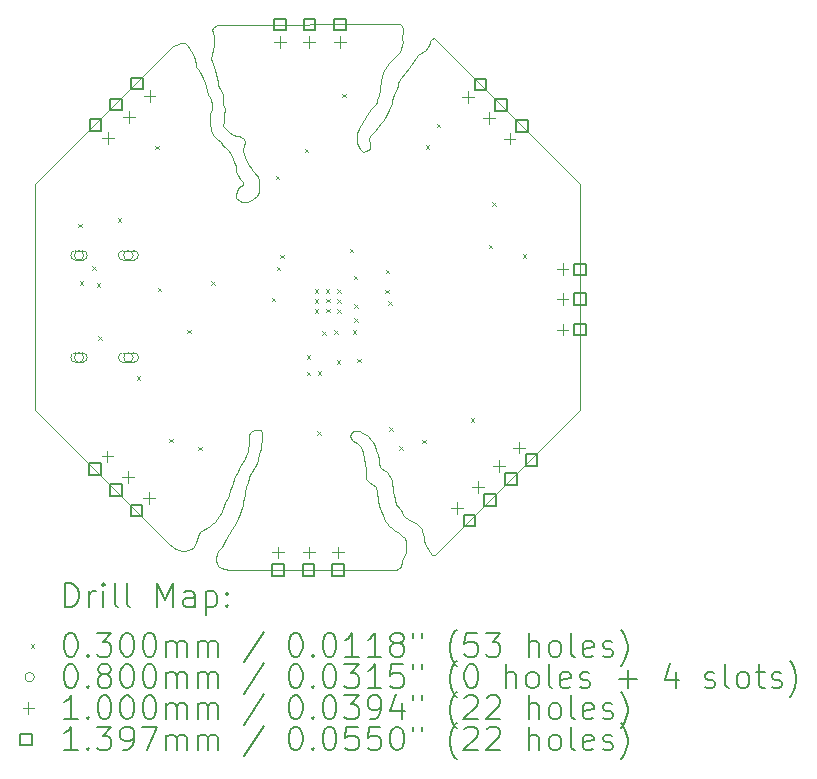
<source format=gbr>
%TF.GenerationSoftware,KiCad,Pcbnew,8.0.4*%
%TF.CreationDate,2024-10-01T08:13:16+02:00*%
%TF.ProjectId,RP2040_roundStamp_secondIteration,52503230-3430-45f7-926f-756e64537461,rev?*%
%TF.SameCoordinates,Original*%
%TF.FileFunction,Drillmap*%
%TF.FilePolarity,Positive*%
%FSLAX45Y45*%
G04 Gerber Fmt 4.5, Leading zero omitted, Abs format (unit mm)*
G04 Created by KiCad (PCBNEW 8.0.4) date 2024-10-01 08:13:16*
%MOMM*%
%LPD*%
G01*
G04 APERTURE LIST*
%ADD10C,0.050000*%
%ADD11C,0.200000*%
%ADD12C,0.100000*%
%ADD13C,0.139700*%
G04 APERTURE END LIST*
D10*
X16440000Y-9095000D02*
X16420000Y-9075000D01*
X16350000Y-5665000D02*
X16365000Y-5650000D01*
X16220000Y-8645000D02*
X16220000Y-8620000D01*
X16175000Y-5885000D02*
X16185000Y-5900000D01*
X16550000Y-9180000D02*
X16530000Y-9160000D01*
X14837163Y-5266299D02*
X14819013Y-5231722D01*
X14920232Y-5078817D02*
X14912250Y-5124219D01*
X16763742Y-4989499D02*
X16757236Y-5005205D01*
X15005000Y-5845000D02*
X14991019Y-5822517D01*
X14910440Y-5729608D02*
X14900272Y-5649630D01*
X15015000Y-5500000D02*
X15025000Y-5545000D01*
X15195000Y-8810000D02*
X15190000Y-8835000D01*
X15180000Y-8895000D02*
X15175000Y-8920000D01*
X15015000Y-5855000D02*
X15005000Y-5845000D01*
X15335000Y-8385000D02*
X15340000Y-8355000D01*
X14820000Y-9125000D02*
X14845000Y-9110000D01*
X15000000Y-8960000D02*
X15005000Y-8945000D01*
X16346482Y-5306988D02*
X16370564Y-5235784D01*
X16528392Y-4933145D02*
X16534461Y-4892363D01*
X15185000Y-6180000D02*
X15180000Y-6165000D01*
X16460302Y-5110596D02*
X16468748Y-5103270D01*
X16400000Y-5585000D02*
X16420000Y-5550000D01*
X16360000Y-8965000D02*
X16350000Y-8945000D01*
X15190000Y-5925000D02*
X15200000Y-5955000D01*
X15165000Y-8560000D02*
X15175000Y-8540000D01*
X14856897Y-5323181D02*
X14845281Y-5285898D01*
X14865807Y-5353932D02*
X14856897Y-5323181D01*
X15205000Y-8750000D02*
X15210000Y-8735000D01*
X16513710Y-4827483D02*
X16521800Y-4834082D01*
X16695000Y-9105000D02*
X16675000Y-9075000D01*
X15345000Y-8320000D02*
X15340000Y-8355000D01*
X16536182Y-4979667D02*
X16529977Y-4955449D01*
X15285000Y-6090000D02*
X15295000Y-6100000D01*
X16330000Y-8890000D02*
X16325000Y-8875000D01*
X16400000Y-9050000D02*
X16385000Y-9030000D01*
X14958108Y-4835815D02*
X14924772Y-4858807D01*
X15210000Y-5980000D02*
X15220000Y-6000000D01*
X16305000Y-8745000D02*
X16295000Y-8735000D01*
X15115000Y-8655000D02*
X15135000Y-8615000D01*
X16320000Y-8475000D02*
X16310000Y-8435000D01*
X16200000Y-5910000D02*
X16225000Y-5905000D01*
X16398144Y-5182264D02*
X16416157Y-5151842D01*
X15230000Y-8330000D02*
X15230000Y-8305000D01*
X15140000Y-6100000D02*
X15125000Y-6080000D01*
X15060000Y-8810000D02*
X15075000Y-8775000D01*
X14799920Y-9158309D02*
X14805660Y-9144451D01*
X16220000Y-8600000D02*
X16220000Y-8585000D01*
X16210000Y-8535000D02*
X16205000Y-8520000D01*
X16220000Y-8585000D02*
X16215000Y-8560000D01*
X16315000Y-8785000D02*
X16315000Y-8770000D01*
X15005000Y-9250000D02*
X14975757Y-9282557D01*
X14903691Y-5445391D02*
X14889040Y-5428499D01*
X15125000Y-6080000D02*
X15120000Y-6055000D01*
X16227850Y-5593391D02*
X16262756Y-5548317D01*
X16090000Y-8315000D02*
X16095000Y-8295000D01*
X16325000Y-8865000D02*
X16320000Y-8835000D01*
X16380000Y-5625000D02*
X16390000Y-5605000D01*
X15115000Y-6015000D02*
X15105000Y-5990000D01*
X16270000Y-8720000D02*
X16255000Y-8710000D01*
X16762133Y-9294589D02*
X16783950Y-9317697D01*
X16335000Y-8910000D02*
X16330000Y-8890000D01*
X15200000Y-8780000D02*
X15205000Y-8750000D01*
X14957890Y-5797971D02*
X14935914Y-5772632D01*
X15175000Y-6155000D02*
X15160000Y-6135000D01*
X14900000Y-9075000D02*
X14920000Y-9060000D01*
X15295000Y-8560000D02*
X15300000Y-8540000D01*
X16165000Y-5865000D02*
X16175000Y-5885000D01*
X14880000Y-9090000D02*
X14900000Y-9075000D01*
X16490000Y-9130000D02*
X16465000Y-9115000D01*
X14889040Y-5428499D02*
X14865807Y-5353932D01*
X14960000Y-9020000D02*
X14980000Y-8990000D01*
X16160416Y-5716993D02*
X16162329Y-5712374D01*
X16190000Y-8425000D02*
X16170000Y-8400000D01*
X14966506Y-5319875D02*
X14972710Y-5344093D01*
X14949598Y-9371842D02*
X14959181Y-9393130D01*
X16605000Y-9030000D02*
X16580000Y-9015000D01*
X16735000Y-9250000D02*
X16725000Y-9225000D01*
X16350000Y-8945000D02*
X16340000Y-8925000D01*
X15015000Y-5450000D02*
X15015000Y-5475000D01*
X14845000Y-9110000D02*
X14880000Y-9090000D01*
X15155000Y-6320000D02*
X15125000Y-6300000D01*
X16475000Y-5390000D02*
X16485000Y-5370000D01*
X16529986Y-9371613D02*
X16539553Y-9348516D01*
X14915444Y-5547675D02*
X14918806Y-5500360D01*
X16495000Y-5325000D02*
X16500000Y-5310000D01*
X16801578Y-4947804D02*
X16794345Y-4946973D01*
X14988154Y-5372137D02*
X15001683Y-5404802D01*
X15260000Y-8615000D02*
X15265000Y-8605000D01*
X15126295Y-5770311D02*
X15146686Y-5773345D01*
X14791146Y-9192558D02*
X14799920Y-9158309D01*
X16205000Y-8500000D02*
X16200000Y-8455000D01*
X16587403Y-5195714D02*
X16517592Y-5285861D01*
X16503039Y-9434054D02*
X16491821Y-9440231D01*
X16470000Y-5405000D02*
X16475000Y-5390000D01*
X16145000Y-8275000D02*
X16150000Y-8275000D01*
X16485000Y-5370000D02*
X16490000Y-5350000D01*
X16265000Y-5765000D02*
X16285000Y-5750000D01*
X16273115Y-5536373D02*
X16304194Y-5500538D01*
X14617374Y-4999912D02*
X14588405Y-5014973D01*
X15063536Y-5738904D02*
X15096665Y-5763450D01*
X16794345Y-4946973D02*
X16783893Y-4951303D01*
X16160416Y-5716993D02*
X16145000Y-5750000D01*
X16100000Y-8350000D02*
X16090000Y-8315000D01*
X16335000Y-8545000D02*
X16330000Y-8510000D01*
X16415000Y-8640000D02*
X16400000Y-8615000D01*
X14935075Y-5003786D02*
X14924387Y-5042655D01*
X15300000Y-6280000D02*
X15265000Y-6310000D01*
X16455000Y-8780000D02*
X16450000Y-8750000D01*
X15185000Y-5905000D02*
X15190000Y-5925000D01*
X15230000Y-8355000D02*
X15230000Y-8330000D01*
X15330000Y-8265000D02*
X15340000Y-8290000D01*
X16145000Y-8375000D02*
X16115000Y-8360000D01*
X16445000Y-5480000D02*
X16455000Y-5445000D01*
X16340000Y-8575000D02*
X16335000Y-8545000D01*
X16247500Y-5795000D02*
X16255000Y-5775000D01*
X15185000Y-8870000D02*
X15180000Y-8895000D01*
X15210000Y-8475000D02*
X15220000Y-8450000D01*
X15130000Y-9030000D02*
X15105000Y-9075000D01*
X15063989Y-9448449D02*
X16474677Y-9445037D01*
X15275000Y-8585000D02*
X15285000Y-8575000D01*
X14973225Y-9414101D02*
X14999186Y-9432431D01*
X16145000Y-5815000D02*
X16150000Y-5835000D01*
X15320000Y-6150000D02*
X15320000Y-6180000D01*
X16310000Y-8435000D02*
X16295000Y-8400000D01*
X15025000Y-5545000D02*
X15020000Y-5600000D01*
X15030000Y-8870000D02*
X15050000Y-8835000D01*
X16170000Y-8400000D02*
X16145000Y-8375000D01*
X16551033Y-9320800D02*
X16560600Y-9297703D01*
X16355000Y-8595000D02*
X16340000Y-8575000D01*
X16441496Y-5129866D02*
X16460302Y-5110596D01*
X15165163Y-5780999D02*
X15186347Y-5795185D01*
X15050000Y-8835000D02*
X15060000Y-8810000D01*
X16500000Y-5310000D02*
X16517592Y-5285861D01*
X14991019Y-5822517D02*
X14957890Y-5797971D01*
X16740978Y-5028777D02*
X16726698Y-5042346D01*
X14952632Y-9351451D02*
X14949598Y-9371842D01*
X16166156Y-5703135D02*
X16182256Y-5677332D01*
X14917662Y-5137284D02*
X14928486Y-5163416D01*
X15125000Y-6270000D02*
X15130000Y-6240000D01*
X14691968Y-4989679D02*
X14652427Y-4988454D01*
X15146686Y-5773345D02*
X15165163Y-5780999D01*
X15095000Y-5970000D02*
X15085000Y-5945000D01*
X15310000Y-6125000D02*
X15320000Y-6150000D01*
X15250000Y-8630000D02*
X15260000Y-8615000D01*
X16445000Y-8705000D02*
X16440000Y-8685000D01*
X16280000Y-8365000D02*
X16265000Y-8345000D01*
X15325000Y-8445000D02*
X15330000Y-8425000D01*
X14805660Y-9144451D02*
X14820000Y-9125000D01*
X16185000Y-5900000D02*
X16200000Y-5910000D01*
X15220000Y-6000000D02*
X15235000Y-6025000D01*
X16430000Y-5530000D02*
X16440000Y-5505000D01*
X16325000Y-5695000D02*
X16350000Y-5665000D01*
X15315000Y-6250000D02*
X15300000Y-6280000D01*
X16120000Y-8275000D02*
X16145000Y-8275000D01*
X16420000Y-5550000D02*
X16430000Y-5530000D01*
X15130000Y-6240000D02*
X15150000Y-6205000D01*
X15105000Y-8680000D02*
X15115000Y-8655000D01*
X14738226Y-9268053D02*
X14757825Y-9259936D01*
X14801657Y-5208296D02*
X14787006Y-5191404D01*
X14660954Y-9284754D02*
X14642252Y-9280254D01*
X15190000Y-8835000D02*
X15185000Y-8870000D01*
X16630000Y-9045000D02*
X16605000Y-9030000D01*
X16375000Y-8605000D02*
X16355000Y-8595000D01*
X16768399Y-4973028D02*
X16763742Y-4989499D01*
X16310000Y-8760000D02*
X16305000Y-8745000D01*
X16491821Y-9440231D02*
X16474677Y-9445037D01*
X16510000Y-9145000D02*
X16490000Y-9130000D01*
X15180000Y-6190000D02*
X15185000Y-6180000D01*
X16295000Y-5730000D02*
X16325000Y-5695000D01*
X18035000Y-8090000D02*
X18036004Y-6179994D01*
X16465000Y-8840000D02*
X16460000Y-8820000D01*
X16385000Y-9030000D02*
X16375000Y-9010000D01*
X16262756Y-5548317D02*
X16273115Y-5536373D01*
X14936853Y-4934167D02*
X14936524Y-4961091D01*
X16416157Y-5151842D02*
X16441496Y-5129866D01*
X16775064Y-4959552D02*
X16768399Y-4973028D01*
X14924772Y-4858807D02*
X14921738Y-4879198D01*
X15235000Y-6025000D02*
X15245000Y-6040000D01*
X16565000Y-9240000D02*
X16560000Y-9215000D01*
X14918806Y-5500360D02*
X14911809Y-5464990D01*
X16365000Y-8985000D02*
X16360000Y-8965000D01*
X15150000Y-6120000D02*
X15140000Y-6100000D01*
X15105000Y-5990000D02*
X15095000Y-5970000D01*
X16535000Y-8980000D02*
X16525000Y-8960000D01*
X14959181Y-9393130D02*
X14973225Y-9414101D01*
X16304194Y-5500538D02*
X16316467Y-5483974D01*
X15230000Y-8385000D02*
X15230000Y-8355000D01*
X16240000Y-8695000D02*
X16230000Y-8685000D01*
X15135000Y-8615000D02*
X15150000Y-8585000D01*
X15320000Y-8465000D02*
X15325000Y-8445000D01*
X14819013Y-5231722D02*
X14801657Y-5208296D01*
X14920000Y-9060000D02*
X14945000Y-9040000D01*
X15010000Y-5430000D02*
X15015000Y-5450000D01*
X16330000Y-8510000D02*
X16320000Y-8475000D01*
X16375000Y-9010000D02*
X16365000Y-8985000D01*
X16529918Y-4853680D02*
X16532083Y-4858906D01*
X16220000Y-8660000D02*
X16220000Y-8645000D01*
X15105000Y-9075000D02*
X15085000Y-9105000D01*
X16215000Y-8560000D02*
X16210000Y-8535000D01*
X15020000Y-8905000D02*
X15030000Y-8870000D01*
X16515471Y-9419720D02*
X16503039Y-9434054D01*
X14588405Y-5014973D02*
X13420222Y-6178496D01*
X14771098Y-5125283D02*
X14764894Y-5101065D01*
X16525000Y-8960000D02*
X16515000Y-8940000D01*
X14999186Y-9432431D02*
X15025279Y-9439992D01*
X14757825Y-9259936D02*
X14772011Y-9238752D01*
X15085000Y-5945000D02*
X15075000Y-5920000D01*
X14924387Y-5042655D02*
X14920232Y-5078817D01*
X16580000Y-9015000D02*
X16555000Y-9000000D01*
X16675000Y-9075000D02*
X16655000Y-9060000D01*
X15035027Y-5716271D02*
X15063536Y-5738904D01*
X16255000Y-5885000D02*
X16255000Y-5840000D01*
X16255000Y-5840000D02*
X16247500Y-5795000D01*
X15185000Y-5880000D02*
X15185000Y-5895000D01*
X16430000Y-8665000D02*
X16415000Y-8640000D01*
X16240000Y-8315000D02*
X16215000Y-8295000D01*
X15220000Y-8715000D02*
X15225000Y-8695000D01*
X14965234Y-9307963D02*
X14952632Y-9351451D01*
X15150000Y-6205000D02*
X15180000Y-6190000D01*
X14642252Y-9280254D02*
X14615301Y-9266926D01*
X16150000Y-8275000D02*
X16170000Y-8275000D01*
X15160000Y-6135000D02*
X15150000Y-6120000D01*
X16295000Y-8400000D02*
X16280000Y-8365000D01*
X16460000Y-8820000D02*
X16455000Y-8780000D01*
X14764894Y-5101065D02*
X14758689Y-5076848D01*
X16744776Y-9271163D02*
X16762133Y-9294589D01*
X15195000Y-8510000D02*
X15210000Y-8475000D01*
X16470000Y-8860000D02*
X16465000Y-8840000D01*
X16445000Y-8720000D02*
X16445000Y-8705000D01*
X15020000Y-5600000D02*
X15020000Y-5645000D01*
X15295000Y-6100000D02*
X15305000Y-6110000D01*
X15285000Y-8575000D02*
X15295000Y-8560000D01*
X15220000Y-8450000D02*
X15225000Y-8425000D01*
X14945000Y-9040000D02*
X14960000Y-9020000D01*
X15280000Y-8260000D02*
X15305000Y-8260000D01*
X14577105Y-9246775D02*
X14562164Y-9238422D01*
X15100000Y-8710000D02*
X15105000Y-8680000D01*
X15210000Y-8735000D02*
X15220000Y-8715000D01*
X15030000Y-5865000D02*
X15015000Y-5855000D01*
X16230000Y-8685000D02*
X16225000Y-8675000D01*
X15090000Y-8740000D02*
X15100000Y-8710000D01*
X16200000Y-8455000D02*
X16190000Y-8425000D01*
X16465000Y-9115000D02*
X16440000Y-9095000D01*
X16726698Y-5042346D02*
X16664869Y-5087091D01*
X15150000Y-8585000D02*
X15165000Y-8560000D01*
X16255000Y-5775000D02*
X16265000Y-5765000D01*
X16255000Y-8710000D02*
X16240000Y-8695000D01*
X16664869Y-5087091D02*
X16587403Y-5195714D01*
X16529977Y-4955449D02*
X16528392Y-4933145D01*
X16757236Y-5005205D02*
X16747959Y-5019763D01*
X15035000Y-9190000D02*
X15020000Y-9220000D01*
X15085000Y-9105000D02*
X15065000Y-9140000D01*
X16370564Y-5235784D02*
X16398144Y-5182264D01*
X16710000Y-9170000D02*
X16705000Y-9145000D01*
X16400000Y-8615000D02*
X16375000Y-8605000D01*
X16205000Y-8520000D02*
X16205000Y-8500000D01*
X16105000Y-8280000D02*
X16120000Y-8275000D01*
X16700000Y-9120000D02*
X16695000Y-9105000D01*
X16440000Y-8685000D02*
X16430000Y-8665000D01*
X16725000Y-9225000D02*
X16715000Y-9195000D01*
X16162329Y-5712374D02*
X16166156Y-5703135D01*
X15200000Y-5955000D02*
X15210000Y-5980000D01*
X15120000Y-6030000D02*
X15115000Y-6015000D01*
X15120000Y-6055000D02*
X15120000Y-6030000D01*
X14965234Y-9307963D02*
X14975757Y-9282557D01*
X15320000Y-6215000D02*
X15315000Y-6250000D01*
X15045000Y-5880000D02*
X15030000Y-5865000D01*
X15065000Y-9140000D02*
X15035000Y-9190000D01*
X15096665Y-5763450D02*
X15126295Y-5770311D01*
X15020000Y-5645000D02*
X15014965Y-5686313D01*
X15265000Y-6310000D02*
X15220000Y-6330000D01*
X16555000Y-9000000D02*
X16535000Y-8980000D01*
X16182256Y-5677332D02*
X16227850Y-5593391D01*
X15265000Y-8605000D02*
X15275000Y-8585000D01*
X16225000Y-8675000D02*
X16220000Y-8660000D01*
X16783893Y-4951303D02*
X16775064Y-4959552D01*
X16793189Y-9321524D02*
X16805041Y-9324268D01*
X14787006Y-5191404D02*
X14783507Y-5173719D01*
X16460000Y-5425000D02*
X16470000Y-5405000D01*
X16505000Y-8925000D02*
X16495000Y-8910000D01*
X16295000Y-8735000D02*
X16285000Y-8730000D01*
X14723976Y-5029997D02*
X14715858Y-5010399D01*
X16315000Y-8770000D02*
X16310000Y-8760000D01*
X16715000Y-9195000D02*
X16710000Y-9170000D01*
X14685964Y-9289701D02*
X14738226Y-9268053D01*
X15230000Y-8305000D02*
X15240000Y-8285000D01*
X16150000Y-5835000D02*
X16165000Y-5865000D01*
X14936524Y-4961091D02*
X14935075Y-5003786D01*
X15260000Y-6060000D02*
X15275000Y-6080000D01*
X15225000Y-8695000D02*
X15230000Y-8680000D01*
X15305000Y-8515000D02*
X15310000Y-8495000D01*
X15240000Y-8645000D02*
X15250000Y-8630000D01*
X15075000Y-5920000D02*
X15060000Y-5905000D01*
X14598130Y-9258731D02*
X14577105Y-9246775D01*
X14921738Y-4879198D02*
X14925236Y-4896883D01*
X15165000Y-8940000D02*
X15155000Y-8970000D01*
X15140000Y-9005000D02*
X15130000Y-9030000D01*
X14741332Y-5053422D02*
X14723976Y-5029997D01*
X16285000Y-8730000D02*
X16270000Y-8720000D01*
X14685964Y-9289701D02*
X14660954Y-9284754D01*
X16340000Y-8925000D02*
X16335000Y-8910000D01*
X15245000Y-6040000D02*
X15260000Y-6060000D01*
X16420000Y-9075000D02*
X16400000Y-9050000D01*
X16490000Y-5340000D02*
X16495000Y-5325000D01*
X16145000Y-5785000D02*
X16145000Y-5815000D01*
X15240000Y-8285000D02*
X15255000Y-8270000D01*
X15175000Y-6335000D02*
X15155000Y-6320000D01*
X16390000Y-5605000D02*
X16400000Y-5585000D01*
X16220000Y-8620000D02*
X16220000Y-8600000D01*
X14945514Y-5213765D02*
X14964128Y-5286418D01*
X15195257Y-5825936D02*
X15188396Y-5855566D01*
X15125000Y-6300000D02*
X15125000Y-6270000D01*
X15320000Y-6180000D02*
X15320000Y-6215000D01*
X15330000Y-8425000D02*
X15335000Y-8405000D01*
X15180000Y-6165000D02*
X15175000Y-6155000D01*
X16783950Y-9317697D02*
X16793189Y-9321524D01*
X16655000Y-9060000D02*
X16630000Y-9045000D01*
X16747959Y-5019763D02*
X16740978Y-5028777D01*
X16325000Y-8875000D02*
X16325000Y-8865000D01*
X15315000Y-8480000D02*
X15320000Y-8465000D01*
X14935914Y-5772632D02*
X14910440Y-5729608D01*
X16801578Y-4947804D02*
X18036004Y-6179994D01*
X16320000Y-8835000D02*
X16315000Y-8805000D01*
X15175000Y-8540000D02*
X15195000Y-8510000D01*
X16560600Y-9297703D02*
X16565000Y-9240000D01*
X14900272Y-5649630D02*
X14902842Y-5591163D01*
X15200000Y-8780000D02*
X15195000Y-8810000D01*
X16495000Y-8910000D02*
X16480000Y-8895000D01*
X15014965Y-5686313D02*
X15035027Y-5716271D01*
X14758689Y-5076848D02*
X14741332Y-5053422D01*
X16115000Y-8360000D02*
X16100000Y-8350000D01*
X16095000Y-8295000D02*
X16105000Y-8280000D01*
X14615301Y-9266926D02*
X14598130Y-9258731D01*
X14925236Y-4896883D02*
X14936853Y-4934167D01*
X15188396Y-5855566D02*
X15185000Y-5880000D01*
X16515471Y-9419720D02*
X16529986Y-9371613D01*
X16319502Y-5463583D02*
X16325242Y-5449725D01*
X16744776Y-9271163D02*
X16735000Y-9250000D01*
X14783492Y-9211036D02*
X14791146Y-9192558D01*
X16521800Y-4834082D02*
X16526737Y-4840456D01*
X15305000Y-8260000D02*
X15330000Y-8265000D01*
X15220000Y-6330000D02*
X15175000Y-6335000D01*
X16265000Y-8345000D02*
X16240000Y-8315000D01*
X15255000Y-8270000D02*
X15280000Y-8260000D01*
X16215000Y-8295000D02*
X16190000Y-8285000D01*
X16508670Y-5065687D02*
X16536182Y-4979667D01*
X16490000Y-5350000D02*
X16490000Y-5340000D01*
X16365000Y-5650000D02*
X16380000Y-5625000D01*
X16316467Y-5483974D02*
X16319502Y-5463583D01*
X16455000Y-5445000D02*
X16460000Y-5425000D01*
X16190000Y-8285000D02*
X16170000Y-8275000D01*
X16532083Y-4858906D02*
X16534461Y-4892363D01*
X15235000Y-8665000D02*
X15240000Y-8645000D01*
X15310000Y-8495000D02*
X15315000Y-8480000D01*
X15185000Y-5895000D02*
X15185000Y-5905000D01*
X16339292Y-5363542D02*
X16346482Y-5306988D01*
X15305000Y-6110000D02*
X15310000Y-6125000D01*
X16539553Y-9348516D02*
X16551033Y-9320800D01*
X14928486Y-5163416D02*
X14945514Y-5213765D01*
X13417304Y-8093122D02*
X14562164Y-9238422D01*
X16560000Y-9215000D02*
X16550000Y-9180000D01*
X15005000Y-8945000D02*
X15010000Y-8925000D01*
X15300000Y-8540000D02*
X15305000Y-8515000D01*
X16450000Y-8750000D02*
X16445000Y-8720000D01*
X14980000Y-8990000D02*
X15000000Y-8960000D01*
X16805041Y-9324268D02*
X18035000Y-8090000D01*
X15225000Y-8425000D02*
X15230000Y-8385000D01*
X14912250Y-5124219D02*
X14917662Y-5137284D01*
X16325242Y-5449725D02*
X16337051Y-5395085D01*
X16145000Y-5750000D02*
X16145000Y-5785000D01*
X16337051Y-5395085D02*
X16339292Y-5363542D01*
X16468748Y-5103270D02*
X16508670Y-5065687D01*
X15075000Y-8775000D02*
X15090000Y-8740000D01*
X16475000Y-8880000D02*
X16470000Y-8860000D01*
X15010000Y-8925000D02*
X15020000Y-8905000D01*
X16440000Y-5505000D02*
X16445000Y-5480000D01*
X14783507Y-5173719D02*
X14771098Y-5125283D01*
X16225000Y-5905000D02*
X16255000Y-5885000D01*
X14964128Y-5286418D02*
X14966506Y-5319875D01*
X16315000Y-8805000D02*
X16315000Y-8785000D01*
X15020000Y-9220000D02*
X15005000Y-9250000D01*
X16480000Y-8895000D02*
X16475000Y-8880000D01*
X16513710Y-4827483D02*
X14958108Y-4835815D01*
X14911809Y-5464990D02*
X14903691Y-5445391D01*
X16705000Y-9145000D02*
X16700000Y-9120000D01*
X15015000Y-5475000D02*
X15015000Y-5500000D01*
X15275000Y-6080000D02*
X15285000Y-6090000D01*
X14845281Y-5285898D02*
X14837163Y-5266299D01*
X14652427Y-4988454D02*
X14617374Y-4999912D01*
X15001683Y-5404802D02*
X15010000Y-5430000D01*
X14715858Y-5010399D02*
X14691968Y-4989679D01*
X14772011Y-9238752D02*
X14783492Y-9211036D01*
X16530000Y-9160000D02*
X16510000Y-9145000D01*
X14972710Y-5344093D02*
X14988154Y-5372137D01*
X15340000Y-8290000D02*
X15345000Y-8320000D01*
X13420222Y-6178496D02*
X13417304Y-8093122D01*
X15155000Y-8970000D02*
X15140000Y-9005000D01*
X15175000Y-8920000D02*
X15165000Y-8940000D01*
X15230000Y-8680000D02*
X15235000Y-8665000D01*
X15025279Y-9439992D02*
X15063989Y-9448449D01*
X16526737Y-4840456D02*
X16529918Y-4853680D01*
X15335000Y-8405000D02*
X15335000Y-8385000D01*
X16515000Y-8940000D02*
X16505000Y-8925000D01*
X15060000Y-5905000D02*
X15045000Y-5880000D01*
X14902842Y-5591163D02*
X14915444Y-5547675D01*
X15186347Y-5795185D02*
X15195257Y-5825936D01*
X16285000Y-5750000D02*
X16295000Y-5730000D01*
D11*
D12*
X13785000Y-6515000D02*
X13815000Y-6545000D01*
X13815000Y-6515000D02*
X13785000Y-6545000D01*
X13797595Y-7003600D02*
X13827595Y-7033600D01*
X13827595Y-7003600D02*
X13797595Y-7033600D01*
X13905000Y-6875000D02*
X13935000Y-6905000D01*
X13935000Y-6875000D02*
X13905000Y-6905000D01*
X13940939Y-7020762D02*
X13970939Y-7050762D01*
X13970939Y-7020762D02*
X13940939Y-7050762D01*
X13957411Y-7467036D02*
X13987411Y-7497036D01*
X13987411Y-7467036D02*
X13957411Y-7497036D01*
X14120000Y-6470000D02*
X14150000Y-6500000D01*
X14150000Y-6470000D02*
X14120000Y-6500000D01*
X14280000Y-7810000D02*
X14310000Y-7840000D01*
X14310000Y-7810000D02*
X14280000Y-7840000D01*
X14440000Y-5855000D02*
X14470000Y-5885000D01*
X14470000Y-5855000D02*
X14440000Y-5885000D01*
X14460000Y-7060000D02*
X14490000Y-7090000D01*
X14490000Y-7060000D02*
X14460000Y-7090000D01*
X14555000Y-8335000D02*
X14585000Y-8365000D01*
X14585000Y-8335000D02*
X14555000Y-8365000D01*
X14710000Y-7415000D02*
X14740000Y-7445000D01*
X14740000Y-7415000D02*
X14710000Y-7445000D01*
X14800000Y-8405000D02*
X14830000Y-8435000D01*
X14830000Y-8405000D02*
X14800000Y-8435000D01*
X14910000Y-7005000D02*
X14940000Y-7035000D01*
X14940000Y-7005000D02*
X14910000Y-7035000D01*
X15425000Y-7145000D02*
X15455000Y-7175000D01*
X15455000Y-7145000D02*
X15425000Y-7175000D01*
X15460000Y-6110000D02*
X15490000Y-6140000D01*
X15490000Y-6110000D02*
X15460000Y-6140000D01*
X15465000Y-6880000D02*
X15495000Y-6910000D01*
X15495000Y-6880000D02*
X15465000Y-6910000D01*
X15495000Y-6780000D02*
X15525000Y-6810000D01*
X15525000Y-6780000D02*
X15495000Y-6810000D01*
X15705000Y-5880000D02*
X15735000Y-5910000D01*
X15735000Y-5880000D02*
X15705000Y-5910000D01*
X15720000Y-7630000D02*
X15750000Y-7660000D01*
X15750000Y-7630000D02*
X15720000Y-7660000D01*
X15720000Y-7770000D02*
X15750000Y-7800000D01*
X15750000Y-7770000D02*
X15720000Y-7800000D01*
X15790000Y-7070000D02*
X15820000Y-7100000D01*
X15820000Y-7070000D02*
X15790000Y-7100000D01*
X15790000Y-7155000D02*
X15820000Y-7185000D01*
X15820000Y-7155000D02*
X15790000Y-7185000D01*
X15790000Y-7240000D02*
X15820000Y-7270000D01*
X15820000Y-7240000D02*
X15790000Y-7270000D01*
X15810000Y-8275000D02*
X15840000Y-8305000D01*
X15840000Y-8275000D02*
X15810000Y-8305000D01*
X15815000Y-7765000D02*
X15845000Y-7795000D01*
X15845000Y-7765000D02*
X15815000Y-7795000D01*
X15850000Y-7425000D02*
X15880000Y-7455000D01*
X15880000Y-7425000D02*
X15850000Y-7455000D01*
X15880000Y-7070000D02*
X15910000Y-7100000D01*
X15910000Y-7070000D02*
X15880000Y-7100000D01*
X15885000Y-7150000D02*
X15915000Y-7180000D01*
X15915000Y-7150000D02*
X15885000Y-7180000D01*
X15885000Y-7235000D02*
X15915000Y-7265000D01*
X15915000Y-7235000D02*
X15885000Y-7265000D01*
X15955000Y-7420000D02*
X15985000Y-7450000D01*
X15985000Y-7420000D02*
X15955000Y-7450000D01*
X15975000Y-7670000D02*
X16005000Y-7700000D01*
X16005000Y-7670000D02*
X15975000Y-7700000D01*
X15980000Y-7070000D02*
X16010000Y-7100000D01*
X16010000Y-7070000D02*
X15980000Y-7100000D01*
X15980000Y-7155000D02*
X16010000Y-7185000D01*
X16010000Y-7155000D02*
X15980000Y-7185000D01*
X15980000Y-7240000D02*
X16010000Y-7270000D01*
X16010000Y-7240000D02*
X15980000Y-7270000D01*
X16020000Y-5415000D02*
X16050000Y-5445000D01*
X16050000Y-5415000D02*
X16020000Y-5445000D01*
X16085000Y-6730000D02*
X16115000Y-6760000D01*
X16115000Y-6730000D02*
X16085000Y-6760000D01*
X16110000Y-7420000D02*
X16140000Y-7450000D01*
X16140000Y-7420000D02*
X16110000Y-7450000D01*
X16120000Y-6955000D02*
X16150000Y-6985000D01*
X16150000Y-6955000D02*
X16120000Y-6985000D01*
X16125000Y-7200000D02*
X16155000Y-7230000D01*
X16155000Y-7200000D02*
X16125000Y-7230000D01*
X16125000Y-7315000D02*
X16155000Y-7345000D01*
X16155000Y-7315000D02*
X16125000Y-7345000D01*
X16150000Y-7660000D02*
X16180000Y-7690000D01*
X16180000Y-7660000D02*
X16150000Y-7690000D01*
X16385000Y-7075000D02*
X16415000Y-7105000D01*
X16415000Y-7075000D02*
X16385000Y-7105000D01*
X16390000Y-6905000D02*
X16420000Y-6935000D01*
X16420000Y-6905000D02*
X16390000Y-6935000D01*
X16410000Y-7175000D02*
X16440000Y-7205000D01*
X16440000Y-7175000D02*
X16410000Y-7205000D01*
X16420000Y-8240000D02*
X16450000Y-8270000D01*
X16450000Y-8240000D02*
X16420000Y-8270000D01*
X16505000Y-8400000D02*
X16535000Y-8430000D01*
X16535000Y-8400000D02*
X16505000Y-8430000D01*
X16700000Y-8345000D02*
X16730000Y-8375000D01*
X16730000Y-8345000D02*
X16700000Y-8375000D01*
X16730000Y-5850000D02*
X16760000Y-5880000D01*
X16760000Y-5850000D02*
X16730000Y-5880000D01*
X16820000Y-5670000D02*
X16850000Y-5700000D01*
X16850000Y-5670000D02*
X16820000Y-5700000D01*
X17110000Y-8165000D02*
X17140000Y-8195000D01*
X17140000Y-8165000D02*
X17110000Y-8195000D01*
X17260000Y-6695000D02*
X17290000Y-6725000D01*
X17290000Y-6695000D02*
X17260000Y-6725000D01*
X17290000Y-6335000D02*
X17320000Y-6365000D01*
X17320000Y-6335000D02*
X17290000Y-6365000D01*
X17550000Y-6775000D02*
X17580000Y-6805000D01*
X17580000Y-6775000D02*
X17550000Y-6805000D01*
X13832548Y-6784114D02*
G75*
G02*
X13752548Y-6784114I-40000J0D01*
G01*
X13752548Y-6784114D02*
G75*
G02*
X13832548Y-6784114I40000J0D01*
G01*
X13822548Y-6744114D02*
X13762548Y-6744114D01*
X13762548Y-6824114D02*
G75*
G02*
X13762548Y-6744114I0J40000D01*
G01*
X13762548Y-6824114D02*
X13822548Y-6824114D01*
X13822548Y-6824114D02*
G75*
G03*
X13822548Y-6744114I0J40000D01*
G01*
X13832548Y-7649114D02*
G75*
G02*
X13752548Y-7649114I-40000J0D01*
G01*
X13752548Y-7649114D02*
G75*
G02*
X13832548Y-7649114I40000J0D01*
G01*
X13822548Y-7609114D02*
X13762548Y-7609114D01*
X13762548Y-7689114D02*
G75*
G02*
X13762548Y-7609114I0J40000D01*
G01*
X13762548Y-7689114D02*
X13822548Y-7689114D01*
X13822548Y-7689114D02*
G75*
G03*
X13822548Y-7609114I0J40000D01*
G01*
X14250548Y-6784114D02*
G75*
G02*
X14170548Y-6784114I-40000J0D01*
G01*
X14170548Y-6784114D02*
G75*
G02*
X14250548Y-6784114I40000J0D01*
G01*
X14255548Y-6744114D02*
X14165548Y-6744114D01*
X14165548Y-6824114D02*
G75*
G02*
X14165548Y-6744114I0J40000D01*
G01*
X14165548Y-6824114D02*
X14255548Y-6824114D01*
X14255548Y-6824114D02*
G75*
G03*
X14255548Y-6744114I0J40000D01*
G01*
X14250548Y-7649114D02*
G75*
G02*
X14170548Y-7649114I-40000J0D01*
G01*
X14170548Y-7649114D02*
G75*
G02*
X14250548Y-7649114I40000J0D01*
G01*
X14255548Y-7609114D02*
X14165548Y-7609114D01*
X14165548Y-7689114D02*
G75*
G02*
X14165548Y-7609114I0J40000D01*
G01*
X14165548Y-7689114D02*
X14255548Y-7689114D01*
X14255548Y-7689114D02*
G75*
G03*
X14255548Y-7609114I0J40000D01*
G01*
X14033371Y-8437266D02*
X14033371Y-8537266D01*
X13983371Y-8487266D02*
X14083371Y-8487266D01*
X14036122Y-5738920D02*
X14036122Y-5838920D01*
X13986122Y-5788920D02*
X14086122Y-5788920D01*
X14210148Y-8614043D02*
X14210148Y-8714043D01*
X14160148Y-8664043D02*
X14260148Y-8664043D01*
X14212899Y-5562143D02*
X14212899Y-5662143D01*
X14162899Y-5612143D02*
X14262899Y-5612143D01*
X14386924Y-8790819D02*
X14386924Y-8890819D01*
X14336924Y-8840819D02*
X14436924Y-8840819D01*
X14389676Y-5385367D02*
X14389676Y-5485367D01*
X14339676Y-5435367D02*
X14439676Y-5435367D01*
X15477722Y-9249932D02*
X15477722Y-9349932D01*
X15427722Y-9299932D02*
X15527722Y-9299932D01*
X15493142Y-4930042D02*
X15493142Y-5030042D01*
X15443142Y-4980042D02*
X15543142Y-4980042D01*
X15737722Y-9249932D02*
X15737722Y-9349932D01*
X15687722Y-9299932D02*
X15787722Y-9299932D01*
X15743142Y-4930042D02*
X15743142Y-5030042D01*
X15693142Y-4980042D02*
X15793142Y-4980042D01*
X15987722Y-9249932D02*
X15987722Y-9349932D01*
X15937722Y-9299932D02*
X16037722Y-9299932D01*
X16003142Y-4930042D02*
X16003142Y-5030042D01*
X15953142Y-4980042D02*
X16053142Y-4980042D01*
X16992935Y-8874220D02*
X16992935Y-8974220D01*
X16942935Y-8924220D02*
X17042935Y-8924220D01*
X17084749Y-5391527D02*
X17084749Y-5491527D01*
X17034749Y-5441527D02*
X17134749Y-5441527D01*
X17169712Y-8697444D02*
X17169712Y-8797444D01*
X17119712Y-8747444D02*
X17219712Y-8747444D01*
X17261526Y-5568304D02*
X17261526Y-5668304D01*
X17211526Y-5618304D02*
X17311526Y-5618304D01*
X17346489Y-8520667D02*
X17346489Y-8620667D01*
X17296489Y-8570667D02*
X17396489Y-8570667D01*
X17438303Y-5745081D02*
X17438303Y-5845081D01*
X17388303Y-5795081D02*
X17488303Y-5795081D01*
X17519549Y-8361256D02*
X17519549Y-8461256D01*
X17469549Y-8411256D02*
X17569549Y-8411256D01*
X17886546Y-7102190D02*
X17886546Y-7202190D01*
X17836546Y-7152190D02*
X17936546Y-7152190D01*
X17886546Y-7362190D02*
X17886546Y-7462190D01*
X17836546Y-7412190D02*
X17936546Y-7412190D01*
X17886546Y-6852190D02*
X17886546Y-6952190D01*
X17836546Y-6902190D02*
X17936546Y-6902190D01*
D13*
X13976697Y-8641310D02*
X13976697Y-8542526D01*
X13877913Y-8542526D01*
X13877913Y-8641310D01*
X13976697Y-8641310D01*
X13980862Y-5732246D02*
X13980862Y-5633462D01*
X13882079Y-5633462D01*
X13882079Y-5732246D01*
X13980862Y-5732246D01*
X14153474Y-8818086D02*
X14153474Y-8719303D01*
X14054690Y-8719303D01*
X14054690Y-8818086D01*
X14153474Y-8818086D01*
X14157639Y-5555469D02*
X14157639Y-5456686D01*
X14058855Y-5456686D01*
X14058855Y-5555469D01*
X14157639Y-5555469D01*
X14330250Y-8994863D02*
X14330250Y-8896079D01*
X14231466Y-8896079D01*
X14231466Y-8994863D01*
X14330250Y-8994863D01*
X14334416Y-5378693D02*
X14334416Y-5279909D01*
X14235632Y-5279909D01*
X14235632Y-5378693D01*
X14334416Y-5378693D01*
X15526114Y-9498324D02*
X15526114Y-9399540D01*
X15427330Y-9399540D01*
X15427330Y-9498324D01*
X15526114Y-9498324D01*
X15543534Y-4880434D02*
X15543534Y-4781650D01*
X15444750Y-4781650D01*
X15444750Y-4880434D01*
X15543534Y-4880434D01*
X15786114Y-9498324D02*
X15786114Y-9399540D01*
X15687330Y-9399540D01*
X15687330Y-9498324D01*
X15786114Y-9498324D01*
X15793534Y-4880434D02*
X15793534Y-4781650D01*
X15694750Y-4781650D01*
X15694750Y-4880434D01*
X15793534Y-4880434D01*
X16036114Y-9498324D02*
X16036114Y-9399540D01*
X15937330Y-9399540D01*
X15937330Y-9498324D01*
X16036114Y-9498324D01*
X16053534Y-4880434D02*
X16053534Y-4781650D01*
X15954750Y-4781650D01*
X15954750Y-4880434D01*
X16053534Y-4880434D01*
X17146979Y-9079678D02*
X17146979Y-8980895D01*
X17048195Y-8980895D01*
X17048195Y-9079678D01*
X17146979Y-9079678D01*
X17240207Y-5386267D02*
X17240207Y-5287484D01*
X17141424Y-5287484D01*
X17141424Y-5386267D01*
X17240207Y-5386267D01*
X17323756Y-8902902D02*
X17323756Y-8804118D01*
X17224972Y-8804118D01*
X17224972Y-8902902D01*
X17323756Y-8902902D01*
X17416984Y-5563044D02*
X17416984Y-5464260D01*
X17318200Y-5464260D01*
X17318200Y-5563044D01*
X17416984Y-5563044D01*
X17500532Y-8726125D02*
X17500532Y-8627341D01*
X17401749Y-8627341D01*
X17401749Y-8726125D01*
X17500532Y-8726125D01*
X17593761Y-5739821D02*
X17593761Y-5641037D01*
X17494977Y-5641037D01*
X17494977Y-5739821D01*
X17593761Y-5739821D01*
X17673593Y-8566714D02*
X17673593Y-8467930D01*
X17574809Y-8467930D01*
X17574809Y-8566714D01*
X17673593Y-8566714D01*
X18084938Y-6952582D02*
X18084938Y-6853798D01*
X17986154Y-6853798D01*
X17986154Y-6952582D01*
X18084938Y-6952582D01*
X18084938Y-7202582D02*
X18084938Y-7103798D01*
X17986154Y-7103798D01*
X17986154Y-7202582D01*
X18084938Y-7202582D01*
X18084938Y-7462582D02*
X18084938Y-7363798D01*
X17986154Y-7363798D01*
X17986154Y-7462582D01*
X18084938Y-7462582D01*
D11*
X13675581Y-9762433D02*
X13675581Y-9562433D01*
X13675581Y-9562433D02*
X13723200Y-9562433D01*
X13723200Y-9562433D02*
X13751771Y-9571957D01*
X13751771Y-9571957D02*
X13770819Y-9591004D01*
X13770819Y-9591004D02*
X13780343Y-9610052D01*
X13780343Y-9610052D02*
X13789867Y-9648147D01*
X13789867Y-9648147D02*
X13789867Y-9676719D01*
X13789867Y-9676719D02*
X13780343Y-9714814D01*
X13780343Y-9714814D02*
X13770819Y-9733862D01*
X13770819Y-9733862D02*
X13751771Y-9752909D01*
X13751771Y-9752909D02*
X13723200Y-9762433D01*
X13723200Y-9762433D02*
X13675581Y-9762433D01*
X13875581Y-9762433D02*
X13875581Y-9629100D01*
X13875581Y-9667195D02*
X13885105Y-9648147D01*
X13885105Y-9648147D02*
X13894628Y-9638623D01*
X13894628Y-9638623D02*
X13913676Y-9629100D01*
X13913676Y-9629100D02*
X13932724Y-9629100D01*
X13999390Y-9762433D02*
X13999390Y-9629100D01*
X13999390Y-9562433D02*
X13989867Y-9571957D01*
X13989867Y-9571957D02*
X13999390Y-9581481D01*
X13999390Y-9581481D02*
X14008914Y-9571957D01*
X14008914Y-9571957D02*
X13999390Y-9562433D01*
X13999390Y-9562433D02*
X13999390Y-9581481D01*
X14123200Y-9762433D02*
X14104152Y-9752909D01*
X14104152Y-9752909D02*
X14094628Y-9733862D01*
X14094628Y-9733862D02*
X14094628Y-9562433D01*
X14227962Y-9762433D02*
X14208914Y-9752909D01*
X14208914Y-9752909D02*
X14199390Y-9733862D01*
X14199390Y-9733862D02*
X14199390Y-9562433D01*
X14456533Y-9762433D02*
X14456533Y-9562433D01*
X14456533Y-9562433D02*
X14523200Y-9705290D01*
X14523200Y-9705290D02*
X14589867Y-9562433D01*
X14589867Y-9562433D02*
X14589867Y-9762433D01*
X14770819Y-9762433D02*
X14770819Y-9657671D01*
X14770819Y-9657671D02*
X14761295Y-9638623D01*
X14761295Y-9638623D02*
X14742248Y-9629100D01*
X14742248Y-9629100D02*
X14704152Y-9629100D01*
X14704152Y-9629100D02*
X14685105Y-9638623D01*
X14770819Y-9752909D02*
X14751771Y-9762433D01*
X14751771Y-9762433D02*
X14704152Y-9762433D01*
X14704152Y-9762433D02*
X14685105Y-9752909D01*
X14685105Y-9752909D02*
X14675581Y-9733862D01*
X14675581Y-9733862D02*
X14675581Y-9714814D01*
X14675581Y-9714814D02*
X14685105Y-9695766D01*
X14685105Y-9695766D02*
X14704152Y-9686243D01*
X14704152Y-9686243D02*
X14751771Y-9686243D01*
X14751771Y-9686243D02*
X14770819Y-9676719D01*
X14866057Y-9629100D02*
X14866057Y-9829100D01*
X14866057Y-9638623D02*
X14885105Y-9629100D01*
X14885105Y-9629100D02*
X14923200Y-9629100D01*
X14923200Y-9629100D02*
X14942248Y-9638623D01*
X14942248Y-9638623D02*
X14951771Y-9648147D01*
X14951771Y-9648147D02*
X14961295Y-9667195D01*
X14961295Y-9667195D02*
X14961295Y-9724338D01*
X14961295Y-9724338D02*
X14951771Y-9743385D01*
X14951771Y-9743385D02*
X14942248Y-9752909D01*
X14942248Y-9752909D02*
X14923200Y-9762433D01*
X14923200Y-9762433D02*
X14885105Y-9762433D01*
X14885105Y-9762433D02*
X14866057Y-9752909D01*
X15047009Y-9743385D02*
X15056533Y-9752909D01*
X15056533Y-9752909D02*
X15047009Y-9762433D01*
X15047009Y-9762433D02*
X15037486Y-9752909D01*
X15037486Y-9752909D02*
X15047009Y-9743385D01*
X15047009Y-9743385D02*
X15047009Y-9762433D01*
X15047009Y-9638623D02*
X15056533Y-9648147D01*
X15056533Y-9648147D02*
X15047009Y-9657671D01*
X15047009Y-9657671D02*
X15037486Y-9648147D01*
X15037486Y-9648147D02*
X15047009Y-9638623D01*
X15047009Y-9638623D02*
X15047009Y-9657671D01*
D12*
X13384804Y-10075949D02*
X13414804Y-10105949D01*
X13414804Y-10075949D02*
X13384804Y-10105949D01*
D11*
X13713676Y-9982433D02*
X13732724Y-9982433D01*
X13732724Y-9982433D02*
X13751771Y-9991957D01*
X13751771Y-9991957D02*
X13761295Y-10001481D01*
X13761295Y-10001481D02*
X13770819Y-10020528D01*
X13770819Y-10020528D02*
X13780343Y-10058623D01*
X13780343Y-10058623D02*
X13780343Y-10106243D01*
X13780343Y-10106243D02*
X13770819Y-10144338D01*
X13770819Y-10144338D02*
X13761295Y-10163385D01*
X13761295Y-10163385D02*
X13751771Y-10172909D01*
X13751771Y-10172909D02*
X13732724Y-10182433D01*
X13732724Y-10182433D02*
X13713676Y-10182433D01*
X13713676Y-10182433D02*
X13694628Y-10172909D01*
X13694628Y-10172909D02*
X13685105Y-10163385D01*
X13685105Y-10163385D02*
X13675581Y-10144338D01*
X13675581Y-10144338D02*
X13666057Y-10106243D01*
X13666057Y-10106243D02*
X13666057Y-10058623D01*
X13666057Y-10058623D02*
X13675581Y-10020528D01*
X13675581Y-10020528D02*
X13685105Y-10001481D01*
X13685105Y-10001481D02*
X13694628Y-9991957D01*
X13694628Y-9991957D02*
X13713676Y-9982433D01*
X13866057Y-10163385D02*
X13875581Y-10172909D01*
X13875581Y-10172909D02*
X13866057Y-10182433D01*
X13866057Y-10182433D02*
X13856533Y-10172909D01*
X13856533Y-10172909D02*
X13866057Y-10163385D01*
X13866057Y-10163385D02*
X13866057Y-10182433D01*
X13942248Y-9982433D02*
X14066057Y-9982433D01*
X14066057Y-9982433D02*
X13999390Y-10058623D01*
X13999390Y-10058623D02*
X14027962Y-10058623D01*
X14027962Y-10058623D02*
X14047009Y-10068147D01*
X14047009Y-10068147D02*
X14056533Y-10077671D01*
X14056533Y-10077671D02*
X14066057Y-10096719D01*
X14066057Y-10096719D02*
X14066057Y-10144338D01*
X14066057Y-10144338D02*
X14056533Y-10163385D01*
X14056533Y-10163385D02*
X14047009Y-10172909D01*
X14047009Y-10172909D02*
X14027962Y-10182433D01*
X14027962Y-10182433D02*
X13970819Y-10182433D01*
X13970819Y-10182433D02*
X13951771Y-10172909D01*
X13951771Y-10172909D02*
X13942248Y-10163385D01*
X14189867Y-9982433D02*
X14208914Y-9982433D01*
X14208914Y-9982433D02*
X14227962Y-9991957D01*
X14227962Y-9991957D02*
X14237486Y-10001481D01*
X14237486Y-10001481D02*
X14247009Y-10020528D01*
X14247009Y-10020528D02*
X14256533Y-10058623D01*
X14256533Y-10058623D02*
X14256533Y-10106243D01*
X14256533Y-10106243D02*
X14247009Y-10144338D01*
X14247009Y-10144338D02*
X14237486Y-10163385D01*
X14237486Y-10163385D02*
X14227962Y-10172909D01*
X14227962Y-10172909D02*
X14208914Y-10182433D01*
X14208914Y-10182433D02*
X14189867Y-10182433D01*
X14189867Y-10182433D02*
X14170819Y-10172909D01*
X14170819Y-10172909D02*
X14161295Y-10163385D01*
X14161295Y-10163385D02*
X14151771Y-10144338D01*
X14151771Y-10144338D02*
X14142248Y-10106243D01*
X14142248Y-10106243D02*
X14142248Y-10058623D01*
X14142248Y-10058623D02*
X14151771Y-10020528D01*
X14151771Y-10020528D02*
X14161295Y-10001481D01*
X14161295Y-10001481D02*
X14170819Y-9991957D01*
X14170819Y-9991957D02*
X14189867Y-9982433D01*
X14380343Y-9982433D02*
X14399390Y-9982433D01*
X14399390Y-9982433D02*
X14418438Y-9991957D01*
X14418438Y-9991957D02*
X14427962Y-10001481D01*
X14427962Y-10001481D02*
X14437486Y-10020528D01*
X14437486Y-10020528D02*
X14447009Y-10058623D01*
X14447009Y-10058623D02*
X14447009Y-10106243D01*
X14447009Y-10106243D02*
X14437486Y-10144338D01*
X14437486Y-10144338D02*
X14427962Y-10163385D01*
X14427962Y-10163385D02*
X14418438Y-10172909D01*
X14418438Y-10172909D02*
X14399390Y-10182433D01*
X14399390Y-10182433D02*
X14380343Y-10182433D01*
X14380343Y-10182433D02*
X14361295Y-10172909D01*
X14361295Y-10172909D02*
X14351771Y-10163385D01*
X14351771Y-10163385D02*
X14342248Y-10144338D01*
X14342248Y-10144338D02*
X14332724Y-10106243D01*
X14332724Y-10106243D02*
X14332724Y-10058623D01*
X14332724Y-10058623D02*
X14342248Y-10020528D01*
X14342248Y-10020528D02*
X14351771Y-10001481D01*
X14351771Y-10001481D02*
X14361295Y-9991957D01*
X14361295Y-9991957D02*
X14380343Y-9982433D01*
X14532724Y-10182433D02*
X14532724Y-10049100D01*
X14532724Y-10068147D02*
X14542248Y-10058623D01*
X14542248Y-10058623D02*
X14561295Y-10049100D01*
X14561295Y-10049100D02*
X14589867Y-10049100D01*
X14589867Y-10049100D02*
X14608914Y-10058623D01*
X14608914Y-10058623D02*
X14618438Y-10077671D01*
X14618438Y-10077671D02*
X14618438Y-10182433D01*
X14618438Y-10077671D02*
X14627962Y-10058623D01*
X14627962Y-10058623D02*
X14647009Y-10049100D01*
X14647009Y-10049100D02*
X14675581Y-10049100D01*
X14675581Y-10049100D02*
X14694629Y-10058623D01*
X14694629Y-10058623D02*
X14704152Y-10077671D01*
X14704152Y-10077671D02*
X14704152Y-10182433D01*
X14799390Y-10182433D02*
X14799390Y-10049100D01*
X14799390Y-10068147D02*
X14808914Y-10058623D01*
X14808914Y-10058623D02*
X14827962Y-10049100D01*
X14827962Y-10049100D02*
X14856533Y-10049100D01*
X14856533Y-10049100D02*
X14875581Y-10058623D01*
X14875581Y-10058623D02*
X14885105Y-10077671D01*
X14885105Y-10077671D02*
X14885105Y-10182433D01*
X14885105Y-10077671D02*
X14894629Y-10058623D01*
X14894629Y-10058623D02*
X14913676Y-10049100D01*
X14913676Y-10049100D02*
X14942248Y-10049100D01*
X14942248Y-10049100D02*
X14961295Y-10058623D01*
X14961295Y-10058623D02*
X14970819Y-10077671D01*
X14970819Y-10077671D02*
X14970819Y-10182433D01*
X15361295Y-9972909D02*
X15189867Y-10230052D01*
X15618438Y-9982433D02*
X15637486Y-9982433D01*
X15637486Y-9982433D02*
X15656533Y-9991957D01*
X15656533Y-9991957D02*
X15666057Y-10001481D01*
X15666057Y-10001481D02*
X15675581Y-10020528D01*
X15675581Y-10020528D02*
X15685105Y-10058623D01*
X15685105Y-10058623D02*
X15685105Y-10106243D01*
X15685105Y-10106243D02*
X15675581Y-10144338D01*
X15675581Y-10144338D02*
X15666057Y-10163385D01*
X15666057Y-10163385D02*
X15656533Y-10172909D01*
X15656533Y-10172909D02*
X15637486Y-10182433D01*
X15637486Y-10182433D02*
X15618438Y-10182433D01*
X15618438Y-10182433D02*
X15599391Y-10172909D01*
X15599391Y-10172909D02*
X15589867Y-10163385D01*
X15589867Y-10163385D02*
X15580343Y-10144338D01*
X15580343Y-10144338D02*
X15570819Y-10106243D01*
X15570819Y-10106243D02*
X15570819Y-10058623D01*
X15570819Y-10058623D02*
X15580343Y-10020528D01*
X15580343Y-10020528D02*
X15589867Y-10001481D01*
X15589867Y-10001481D02*
X15599391Y-9991957D01*
X15599391Y-9991957D02*
X15618438Y-9982433D01*
X15770819Y-10163385D02*
X15780343Y-10172909D01*
X15780343Y-10172909D02*
X15770819Y-10182433D01*
X15770819Y-10182433D02*
X15761295Y-10172909D01*
X15761295Y-10172909D02*
X15770819Y-10163385D01*
X15770819Y-10163385D02*
X15770819Y-10182433D01*
X15904152Y-9982433D02*
X15923200Y-9982433D01*
X15923200Y-9982433D02*
X15942248Y-9991957D01*
X15942248Y-9991957D02*
X15951772Y-10001481D01*
X15951772Y-10001481D02*
X15961295Y-10020528D01*
X15961295Y-10020528D02*
X15970819Y-10058623D01*
X15970819Y-10058623D02*
X15970819Y-10106243D01*
X15970819Y-10106243D02*
X15961295Y-10144338D01*
X15961295Y-10144338D02*
X15951772Y-10163385D01*
X15951772Y-10163385D02*
X15942248Y-10172909D01*
X15942248Y-10172909D02*
X15923200Y-10182433D01*
X15923200Y-10182433D02*
X15904152Y-10182433D01*
X15904152Y-10182433D02*
X15885105Y-10172909D01*
X15885105Y-10172909D02*
X15875581Y-10163385D01*
X15875581Y-10163385D02*
X15866057Y-10144338D01*
X15866057Y-10144338D02*
X15856533Y-10106243D01*
X15856533Y-10106243D02*
X15856533Y-10058623D01*
X15856533Y-10058623D02*
X15866057Y-10020528D01*
X15866057Y-10020528D02*
X15875581Y-10001481D01*
X15875581Y-10001481D02*
X15885105Y-9991957D01*
X15885105Y-9991957D02*
X15904152Y-9982433D01*
X16161295Y-10182433D02*
X16047010Y-10182433D01*
X16104152Y-10182433D02*
X16104152Y-9982433D01*
X16104152Y-9982433D02*
X16085105Y-10011004D01*
X16085105Y-10011004D02*
X16066057Y-10030052D01*
X16066057Y-10030052D02*
X16047010Y-10039576D01*
X16351772Y-10182433D02*
X16237486Y-10182433D01*
X16294629Y-10182433D02*
X16294629Y-9982433D01*
X16294629Y-9982433D02*
X16275581Y-10011004D01*
X16275581Y-10011004D02*
X16256533Y-10030052D01*
X16256533Y-10030052D02*
X16237486Y-10039576D01*
X16466057Y-10068147D02*
X16447010Y-10058623D01*
X16447010Y-10058623D02*
X16437486Y-10049100D01*
X16437486Y-10049100D02*
X16427962Y-10030052D01*
X16427962Y-10030052D02*
X16427962Y-10020528D01*
X16427962Y-10020528D02*
X16437486Y-10001481D01*
X16437486Y-10001481D02*
X16447010Y-9991957D01*
X16447010Y-9991957D02*
X16466057Y-9982433D01*
X16466057Y-9982433D02*
X16504153Y-9982433D01*
X16504153Y-9982433D02*
X16523200Y-9991957D01*
X16523200Y-9991957D02*
X16532724Y-10001481D01*
X16532724Y-10001481D02*
X16542248Y-10020528D01*
X16542248Y-10020528D02*
X16542248Y-10030052D01*
X16542248Y-10030052D02*
X16532724Y-10049100D01*
X16532724Y-10049100D02*
X16523200Y-10058623D01*
X16523200Y-10058623D02*
X16504153Y-10068147D01*
X16504153Y-10068147D02*
X16466057Y-10068147D01*
X16466057Y-10068147D02*
X16447010Y-10077671D01*
X16447010Y-10077671D02*
X16437486Y-10087195D01*
X16437486Y-10087195D02*
X16427962Y-10106243D01*
X16427962Y-10106243D02*
X16427962Y-10144338D01*
X16427962Y-10144338D02*
X16437486Y-10163385D01*
X16437486Y-10163385D02*
X16447010Y-10172909D01*
X16447010Y-10172909D02*
X16466057Y-10182433D01*
X16466057Y-10182433D02*
X16504153Y-10182433D01*
X16504153Y-10182433D02*
X16523200Y-10172909D01*
X16523200Y-10172909D02*
X16532724Y-10163385D01*
X16532724Y-10163385D02*
X16542248Y-10144338D01*
X16542248Y-10144338D02*
X16542248Y-10106243D01*
X16542248Y-10106243D02*
X16532724Y-10087195D01*
X16532724Y-10087195D02*
X16523200Y-10077671D01*
X16523200Y-10077671D02*
X16504153Y-10068147D01*
X16618438Y-9982433D02*
X16618438Y-10020528D01*
X16694629Y-9982433D02*
X16694629Y-10020528D01*
X16989867Y-10258623D02*
X16980343Y-10249100D01*
X16980343Y-10249100D02*
X16961296Y-10220528D01*
X16961296Y-10220528D02*
X16951772Y-10201481D01*
X16951772Y-10201481D02*
X16942248Y-10172909D01*
X16942248Y-10172909D02*
X16932724Y-10125290D01*
X16932724Y-10125290D02*
X16932724Y-10087195D01*
X16932724Y-10087195D02*
X16942248Y-10039576D01*
X16942248Y-10039576D02*
X16951772Y-10011004D01*
X16951772Y-10011004D02*
X16961296Y-9991957D01*
X16961296Y-9991957D02*
X16980343Y-9963385D01*
X16980343Y-9963385D02*
X16989867Y-9953862D01*
X17161296Y-9982433D02*
X17066057Y-9982433D01*
X17066057Y-9982433D02*
X17056534Y-10077671D01*
X17056534Y-10077671D02*
X17066057Y-10068147D01*
X17066057Y-10068147D02*
X17085105Y-10058623D01*
X17085105Y-10058623D02*
X17132724Y-10058623D01*
X17132724Y-10058623D02*
X17151772Y-10068147D01*
X17151772Y-10068147D02*
X17161296Y-10077671D01*
X17161296Y-10077671D02*
X17170819Y-10096719D01*
X17170819Y-10096719D02*
X17170819Y-10144338D01*
X17170819Y-10144338D02*
X17161296Y-10163385D01*
X17161296Y-10163385D02*
X17151772Y-10172909D01*
X17151772Y-10172909D02*
X17132724Y-10182433D01*
X17132724Y-10182433D02*
X17085105Y-10182433D01*
X17085105Y-10182433D02*
X17066057Y-10172909D01*
X17066057Y-10172909D02*
X17056534Y-10163385D01*
X17237486Y-9982433D02*
X17361296Y-9982433D01*
X17361296Y-9982433D02*
X17294629Y-10058623D01*
X17294629Y-10058623D02*
X17323200Y-10058623D01*
X17323200Y-10058623D02*
X17342248Y-10068147D01*
X17342248Y-10068147D02*
X17351772Y-10077671D01*
X17351772Y-10077671D02*
X17361296Y-10096719D01*
X17361296Y-10096719D02*
X17361296Y-10144338D01*
X17361296Y-10144338D02*
X17351772Y-10163385D01*
X17351772Y-10163385D02*
X17342248Y-10172909D01*
X17342248Y-10172909D02*
X17323200Y-10182433D01*
X17323200Y-10182433D02*
X17266057Y-10182433D01*
X17266057Y-10182433D02*
X17247010Y-10172909D01*
X17247010Y-10172909D02*
X17237486Y-10163385D01*
X17599391Y-10182433D02*
X17599391Y-9982433D01*
X17685105Y-10182433D02*
X17685105Y-10077671D01*
X17685105Y-10077671D02*
X17675581Y-10058623D01*
X17675581Y-10058623D02*
X17656534Y-10049100D01*
X17656534Y-10049100D02*
X17627962Y-10049100D01*
X17627962Y-10049100D02*
X17608915Y-10058623D01*
X17608915Y-10058623D02*
X17599391Y-10068147D01*
X17808915Y-10182433D02*
X17789867Y-10172909D01*
X17789867Y-10172909D02*
X17780343Y-10163385D01*
X17780343Y-10163385D02*
X17770819Y-10144338D01*
X17770819Y-10144338D02*
X17770819Y-10087195D01*
X17770819Y-10087195D02*
X17780343Y-10068147D01*
X17780343Y-10068147D02*
X17789867Y-10058623D01*
X17789867Y-10058623D02*
X17808915Y-10049100D01*
X17808915Y-10049100D02*
X17837486Y-10049100D01*
X17837486Y-10049100D02*
X17856534Y-10058623D01*
X17856534Y-10058623D02*
X17866058Y-10068147D01*
X17866058Y-10068147D02*
X17875581Y-10087195D01*
X17875581Y-10087195D02*
X17875581Y-10144338D01*
X17875581Y-10144338D02*
X17866058Y-10163385D01*
X17866058Y-10163385D02*
X17856534Y-10172909D01*
X17856534Y-10172909D02*
X17837486Y-10182433D01*
X17837486Y-10182433D02*
X17808915Y-10182433D01*
X17989867Y-10182433D02*
X17970819Y-10172909D01*
X17970819Y-10172909D02*
X17961296Y-10153862D01*
X17961296Y-10153862D02*
X17961296Y-9982433D01*
X18142248Y-10172909D02*
X18123200Y-10182433D01*
X18123200Y-10182433D02*
X18085105Y-10182433D01*
X18085105Y-10182433D02*
X18066058Y-10172909D01*
X18066058Y-10172909D02*
X18056534Y-10153862D01*
X18056534Y-10153862D02*
X18056534Y-10077671D01*
X18056534Y-10077671D02*
X18066058Y-10058623D01*
X18066058Y-10058623D02*
X18085105Y-10049100D01*
X18085105Y-10049100D02*
X18123200Y-10049100D01*
X18123200Y-10049100D02*
X18142248Y-10058623D01*
X18142248Y-10058623D02*
X18151772Y-10077671D01*
X18151772Y-10077671D02*
X18151772Y-10096719D01*
X18151772Y-10096719D02*
X18056534Y-10115766D01*
X18227962Y-10172909D02*
X18247010Y-10182433D01*
X18247010Y-10182433D02*
X18285105Y-10182433D01*
X18285105Y-10182433D02*
X18304153Y-10172909D01*
X18304153Y-10172909D02*
X18313677Y-10153862D01*
X18313677Y-10153862D02*
X18313677Y-10144338D01*
X18313677Y-10144338D02*
X18304153Y-10125290D01*
X18304153Y-10125290D02*
X18285105Y-10115766D01*
X18285105Y-10115766D02*
X18256534Y-10115766D01*
X18256534Y-10115766D02*
X18237486Y-10106243D01*
X18237486Y-10106243D02*
X18227962Y-10087195D01*
X18227962Y-10087195D02*
X18227962Y-10077671D01*
X18227962Y-10077671D02*
X18237486Y-10058623D01*
X18237486Y-10058623D02*
X18256534Y-10049100D01*
X18256534Y-10049100D02*
X18285105Y-10049100D01*
X18285105Y-10049100D02*
X18304153Y-10058623D01*
X18380343Y-10258623D02*
X18389867Y-10249100D01*
X18389867Y-10249100D02*
X18408915Y-10220528D01*
X18408915Y-10220528D02*
X18418439Y-10201481D01*
X18418439Y-10201481D02*
X18427962Y-10172909D01*
X18427962Y-10172909D02*
X18437486Y-10125290D01*
X18437486Y-10125290D02*
X18437486Y-10087195D01*
X18437486Y-10087195D02*
X18427962Y-10039576D01*
X18427962Y-10039576D02*
X18418439Y-10011004D01*
X18418439Y-10011004D02*
X18408915Y-9991957D01*
X18408915Y-9991957D02*
X18389867Y-9963385D01*
X18389867Y-9963385D02*
X18380343Y-9953862D01*
D12*
X13414804Y-10354949D02*
G75*
G02*
X13334804Y-10354949I-40000J0D01*
G01*
X13334804Y-10354949D02*
G75*
G02*
X13414804Y-10354949I40000J0D01*
G01*
D11*
X13713676Y-10246433D02*
X13732724Y-10246433D01*
X13732724Y-10246433D02*
X13751771Y-10255957D01*
X13751771Y-10255957D02*
X13761295Y-10265481D01*
X13761295Y-10265481D02*
X13770819Y-10284528D01*
X13770819Y-10284528D02*
X13780343Y-10322623D01*
X13780343Y-10322623D02*
X13780343Y-10370243D01*
X13780343Y-10370243D02*
X13770819Y-10408338D01*
X13770819Y-10408338D02*
X13761295Y-10427385D01*
X13761295Y-10427385D02*
X13751771Y-10436909D01*
X13751771Y-10436909D02*
X13732724Y-10446433D01*
X13732724Y-10446433D02*
X13713676Y-10446433D01*
X13713676Y-10446433D02*
X13694628Y-10436909D01*
X13694628Y-10436909D02*
X13685105Y-10427385D01*
X13685105Y-10427385D02*
X13675581Y-10408338D01*
X13675581Y-10408338D02*
X13666057Y-10370243D01*
X13666057Y-10370243D02*
X13666057Y-10322623D01*
X13666057Y-10322623D02*
X13675581Y-10284528D01*
X13675581Y-10284528D02*
X13685105Y-10265481D01*
X13685105Y-10265481D02*
X13694628Y-10255957D01*
X13694628Y-10255957D02*
X13713676Y-10246433D01*
X13866057Y-10427385D02*
X13875581Y-10436909D01*
X13875581Y-10436909D02*
X13866057Y-10446433D01*
X13866057Y-10446433D02*
X13856533Y-10436909D01*
X13856533Y-10436909D02*
X13866057Y-10427385D01*
X13866057Y-10427385D02*
X13866057Y-10446433D01*
X13989867Y-10332147D02*
X13970819Y-10322623D01*
X13970819Y-10322623D02*
X13961295Y-10313100D01*
X13961295Y-10313100D02*
X13951771Y-10294052D01*
X13951771Y-10294052D02*
X13951771Y-10284528D01*
X13951771Y-10284528D02*
X13961295Y-10265481D01*
X13961295Y-10265481D02*
X13970819Y-10255957D01*
X13970819Y-10255957D02*
X13989867Y-10246433D01*
X13989867Y-10246433D02*
X14027962Y-10246433D01*
X14027962Y-10246433D02*
X14047009Y-10255957D01*
X14047009Y-10255957D02*
X14056533Y-10265481D01*
X14056533Y-10265481D02*
X14066057Y-10284528D01*
X14066057Y-10284528D02*
X14066057Y-10294052D01*
X14066057Y-10294052D02*
X14056533Y-10313100D01*
X14056533Y-10313100D02*
X14047009Y-10322623D01*
X14047009Y-10322623D02*
X14027962Y-10332147D01*
X14027962Y-10332147D02*
X13989867Y-10332147D01*
X13989867Y-10332147D02*
X13970819Y-10341671D01*
X13970819Y-10341671D02*
X13961295Y-10351195D01*
X13961295Y-10351195D02*
X13951771Y-10370243D01*
X13951771Y-10370243D02*
X13951771Y-10408338D01*
X13951771Y-10408338D02*
X13961295Y-10427385D01*
X13961295Y-10427385D02*
X13970819Y-10436909D01*
X13970819Y-10436909D02*
X13989867Y-10446433D01*
X13989867Y-10446433D02*
X14027962Y-10446433D01*
X14027962Y-10446433D02*
X14047009Y-10436909D01*
X14047009Y-10436909D02*
X14056533Y-10427385D01*
X14056533Y-10427385D02*
X14066057Y-10408338D01*
X14066057Y-10408338D02*
X14066057Y-10370243D01*
X14066057Y-10370243D02*
X14056533Y-10351195D01*
X14056533Y-10351195D02*
X14047009Y-10341671D01*
X14047009Y-10341671D02*
X14027962Y-10332147D01*
X14189867Y-10246433D02*
X14208914Y-10246433D01*
X14208914Y-10246433D02*
X14227962Y-10255957D01*
X14227962Y-10255957D02*
X14237486Y-10265481D01*
X14237486Y-10265481D02*
X14247009Y-10284528D01*
X14247009Y-10284528D02*
X14256533Y-10322623D01*
X14256533Y-10322623D02*
X14256533Y-10370243D01*
X14256533Y-10370243D02*
X14247009Y-10408338D01*
X14247009Y-10408338D02*
X14237486Y-10427385D01*
X14237486Y-10427385D02*
X14227962Y-10436909D01*
X14227962Y-10436909D02*
X14208914Y-10446433D01*
X14208914Y-10446433D02*
X14189867Y-10446433D01*
X14189867Y-10446433D02*
X14170819Y-10436909D01*
X14170819Y-10436909D02*
X14161295Y-10427385D01*
X14161295Y-10427385D02*
X14151771Y-10408338D01*
X14151771Y-10408338D02*
X14142248Y-10370243D01*
X14142248Y-10370243D02*
X14142248Y-10322623D01*
X14142248Y-10322623D02*
X14151771Y-10284528D01*
X14151771Y-10284528D02*
X14161295Y-10265481D01*
X14161295Y-10265481D02*
X14170819Y-10255957D01*
X14170819Y-10255957D02*
X14189867Y-10246433D01*
X14380343Y-10246433D02*
X14399390Y-10246433D01*
X14399390Y-10246433D02*
X14418438Y-10255957D01*
X14418438Y-10255957D02*
X14427962Y-10265481D01*
X14427962Y-10265481D02*
X14437486Y-10284528D01*
X14437486Y-10284528D02*
X14447009Y-10322623D01*
X14447009Y-10322623D02*
X14447009Y-10370243D01*
X14447009Y-10370243D02*
X14437486Y-10408338D01*
X14437486Y-10408338D02*
X14427962Y-10427385D01*
X14427962Y-10427385D02*
X14418438Y-10436909D01*
X14418438Y-10436909D02*
X14399390Y-10446433D01*
X14399390Y-10446433D02*
X14380343Y-10446433D01*
X14380343Y-10446433D02*
X14361295Y-10436909D01*
X14361295Y-10436909D02*
X14351771Y-10427385D01*
X14351771Y-10427385D02*
X14342248Y-10408338D01*
X14342248Y-10408338D02*
X14332724Y-10370243D01*
X14332724Y-10370243D02*
X14332724Y-10322623D01*
X14332724Y-10322623D02*
X14342248Y-10284528D01*
X14342248Y-10284528D02*
X14351771Y-10265481D01*
X14351771Y-10265481D02*
X14361295Y-10255957D01*
X14361295Y-10255957D02*
X14380343Y-10246433D01*
X14532724Y-10446433D02*
X14532724Y-10313100D01*
X14532724Y-10332147D02*
X14542248Y-10322623D01*
X14542248Y-10322623D02*
X14561295Y-10313100D01*
X14561295Y-10313100D02*
X14589867Y-10313100D01*
X14589867Y-10313100D02*
X14608914Y-10322623D01*
X14608914Y-10322623D02*
X14618438Y-10341671D01*
X14618438Y-10341671D02*
X14618438Y-10446433D01*
X14618438Y-10341671D02*
X14627962Y-10322623D01*
X14627962Y-10322623D02*
X14647009Y-10313100D01*
X14647009Y-10313100D02*
X14675581Y-10313100D01*
X14675581Y-10313100D02*
X14694629Y-10322623D01*
X14694629Y-10322623D02*
X14704152Y-10341671D01*
X14704152Y-10341671D02*
X14704152Y-10446433D01*
X14799390Y-10446433D02*
X14799390Y-10313100D01*
X14799390Y-10332147D02*
X14808914Y-10322623D01*
X14808914Y-10322623D02*
X14827962Y-10313100D01*
X14827962Y-10313100D02*
X14856533Y-10313100D01*
X14856533Y-10313100D02*
X14875581Y-10322623D01*
X14875581Y-10322623D02*
X14885105Y-10341671D01*
X14885105Y-10341671D02*
X14885105Y-10446433D01*
X14885105Y-10341671D02*
X14894629Y-10322623D01*
X14894629Y-10322623D02*
X14913676Y-10313100D01*
X14913676Y-10313100D02*
X14942248Y-10313100D01*
X14942248Y-10313100D02*
X14961295Y-10322623D01*
X14961295Y-10322623D02*
X14970819Y-10341671D01*
X14970819Y-10341671D02*
X14970819Y-10446433D01*
X15361295Y-10236909D02*
X15189867Y-10494052D01*
X15618438Y-10246433D02*
X15637486Y-10246433D01*
X15637486Y-10246433D02*
X15656533Y-10255957D01*
X15656533Y-10255957D02*
X15666057Y-10265481D01*
X15666057Y-10265481D02*
X15675581Y-10284528D01*
X15675581Y-10284528D02*
X15685105Y-10322623D01*
X15685105Y-10322623D02*
X15685105Y-10370243D01*
X15685105Y-10370243D02*
X15675581Y-10408338D01*
X15675581Y-10408338D02*
X15666057Y-10427385D01*
X15666057Y-10427385D02*
X15656533Y-10436909D01*
X15656533Y-10436909D02*
X15637486Y-10446433D01*
X15637486Y-10446433D02*
X15618438Y-10446433D01*
X15618438Y-10446433D02*
X15599391Y-10436909D01*
X15599391Y-10436909D02*
X15589867Y-10427385D01*
X15589867Y-10427385D02*
X15580343Y-10408338D01*
X15580343Y-10408338D02*
X15570819Y-10370243D01*
X15570819Y-10370243D02*
X15570819Y-10322623D01*
X15570819Y-10322623D02*
X15580343Y-10284528D01*
X15580343Y-10284528D02*
X15589867Y-10265481D01*
X15589867Y-10265481D02*
X15599391Y-10255957D01*
X15599391Y-10255957D02*
X15618438Y-10246433D01*
X15770819Y-10427385D02*
X15780343Y-10436909D01*
X15780343Y-10436909D02*
X15770819Y-10446433D01*
X15770819Y-10446433D02*
X15761295Y-10436909D01*
X15761295Y-10436909D02*
X15770819Y-10427385D01*
X15770819Y-10427385D02*
X15770819Y-10446433D01*
X15904152Y-10246433D02*
X15923200Y-10246433D01*
X15923200Y-10246433D02*
X15942248Y-10255957D01*
X15942248Y-10255957D02*
X15951772Y-10265481D01*
X15951772Y-10265481D02*
X15961295Y-10284528D01*
X15961295Y-10284528D02*
X15970819Y-10322623D01*
X15970819Y-10322623D02*
X15970819Y-10370243D01*
X15970819Y-10370243D02*
X15961295Y-10408338D01*
X15961295Y-10408338D02*
X15951772Y-10427385D01*
X15951772Y-10427385D02*
X15942248Y-10436909D01*
X15942248Y-10436909D02*
X15923200Y-10446433D01*
X15923200Y-10446433D02*
X15904152Y-10446433D01*
X15904152Y-10446433D02*
X15885105Y-10436909D01*
X15885105Y-10436909D02*
X15875581Y-10427385D01*
X15875581Y-10427385D02*
X15866057Y-10408338D01*
X15866057Y-10408338D02*
X15856533Y-10370243D01*
X15856533Y-10370243D02*
X15856533Y-10322623D01*
X15856533Y-10322623D02*
X15866057Y-10284528D01*
X15866057Y-10284528D02*
X15875581Y-10265481D01*
X15875581Y-10265481D02*
X15885105Y-10255957D01*
X15885105Y-10255957D02*
X15904152Y-10246433D01*
X16037486Y-10246433D02*
X16161295Y-10246433D01*
X16161295Y-10246433D02*
X16094629Y-10322623D01*
X16094629Y-10322623D02*
X16123200Y-10322623D01*
X16123200Y-10322623D02*
X16142248Y-10332147D01*
X16142248Y-10332147D02*
X16151772Y-10341671D01*
X16151772Y-10341671D02*
X16161295Y-10360719D01*
X16161295Y-10360719D02*
X16161295Y-10408338D01*
X16161295Y-10408338D02*
X16151772Y-10427385D01*
X16151772Y-10427385D02*
X16142248Y-10436909D01*
X16142248Y-10436909D02*
X16123200Y-10446433D01*
X16123200Y-10446433D02*
X16066057Y-10446433D01*
X16066057Y-10446433D02*
X16047010Y-10436909D01*
X16047010Y-10436909D02*
X16037486Y-10427385D01*
X16351772Y-10446433D02*
X16237486Y-10446433D01*
X16294629Y-10446433D02*
X16294629Y-10246433D01*
X16294629Y-10246433D02*
X16275581Y-10275004D01*
X16275581Y-10275004D02*
X16256533Y-10294052D01*
X16256533Y-10294052D02*
X16237486Y-10303576D01*
X16532724Y-10246433D02*
X16437486Y-10246433D01*
X16437486Y-10246433D02*
X16427962Y-10341671D01*
X16427962Y-10341671D02*
X16437486Y-10332147D01*
X16437486Y-10332147D02*
X16456533Y-10322623D01*
X16456533Y-10322623D02*
X16504153Y-10322623D01*
X16504153Y-10322623D02*
X16523200Y-10332147D01*
X16523200Y-10332147D02*
X16532724Y-10341671D01*
X16532724Y-10341671D02*
X16542248Y-10360719D01*
X16542248Y-10360719D02*
X16542248Y-10408338D01*
X16542248Y-10408338D02*
X16532724Y-10427385D01*
X16532724Y-10427385D02*
X16523200Y-10436909D01*
X16523200Y-10436909D02*
X16504153Y-10446433D01*
X16504153Y-10446433D02*
X16456533Y-10446433D01*
X16456533Y-10446433D02*
X16437486Y-10436909D01*
X16437486Y-10436909D02*
X16427962Y-10427385D01*
X16618438Y-10246433D02*
X16618438Y-10284528D01*
X16694629Y-10246433D02*
X16694629Y-10284528D01*
X16989867Y-10522623D02*
X16980343Y-10513100D01*
X16980343Y-10513100D02*
X16961296Y-10484528D01*
X16961296Y-10484528D02*
X16951772Y-10465481D01*
X16951772Y-10465481D02*
X16942248Y-10436909D01*
X16942248Y-10436909D02*
X16932724Y-10389290D01*
X16932724Y-10389290D02*
X16932724Y-10351195D01*
X16932724Y-10351195D02*
X16942248Y-10303576D01*
X16942248Y-10303576D02*
X16951772Y-10275004D01*
X16951772Y-10275004D02*
X16961296Y-10255957D01*
X16961296Y-10255957D02*
X16980343Y-10227385D01*
X16980343Y-10227385D02*
X16989867Y-10217862D01*
X17104153Y-10246433D02*
X17123200Y-10246433D01*
X17123200Y-10246433D02*
X17142248Y-10255957D01*
X17142248Y-10255957D02*
X17151772Y-10265481D01*
X17151772Y-10265481D02*
X17161296Y-10284528D01*
X17161296Y-10284528D02*
X17170819Y-10322623D01*
X17170819Y-10322623D02*
X17170819Y-10370243D01*
X17170819Y-10370243D02*
X17161296Y-10408338D01*
X17161296Y-10408338D02*
X17151772Y-10427385D01*
X17151772Y-10427385D02*
X17142248Y-10436909D01*
X17142248Y-10436909D02*
X17123200Y-10446433D01*
X17123200Y-10446433D02*
X17104153Y-10446433D01*
X17104153Y-10446433D02*
X17085105Y-10436909D01*
X17085105Y-10436909D02*
X17075581Y-10427385D01*
X17075581Y-10427385D02*
X17066057Y-10408338D01*
X17066057Y-10408338D02*
X17056534Y-10370243D01*
X17056534Y-10370243D02*
X17056534Y-10322623D01*
X17056534Y-10322623D02*
X17066057Y-10284528D01*
X17066057Y-10284528D02*
X17075581Y-10265481D01*
X17075581Y-10265481D02*
X17085105Y-10255957D01*
X17085105Y-10255957D02*
X17104153Y-10246433D01*
X17408915Y-10446433D02*
X17408915Y-10246433D01*
X17494629Y-10446433D02*
X17494629Y-10341671D01*
X17494629Y-10341671D02*
X17485105Y-10322623D01*
X17485105Y-10322623D02*
X17466058Y-10313100D01*
X17466058Y-10313100D02*
X17437486Y-10313100D01*
X17437486Y-10313100D02*
X17418438Y-10322623D01*
X17418438Y-10322623D02*
X17408915Y-10332147D01*
X17618438Y-10446433D02*
X17599391Y-10436909D01*
X17599391Y-10436909D02*
X17589867Y-10427385D01*
X17589867Y-10427385D02*
X17580343Y-10408338D01*
X17580343Y-10408338D02*
X17580343Y-10351195D01*
X17580343Y-10351195D02*
X17589867Y-10332147D01*
X17589867Y-10332147D02*
X17599391Y-10322623D01*
X17599391Y-10322623D02*
X17618438Y-10313100D01*
X17618438Y-10313100D02*
X17647010Y-10313100D01*
X17647010Y-10313100D02*
X17666058Y-10322623D01*
X17666058Y-10322623D02*
X17675581Y-10332147D01*
X17675581Y-10332147D02*
X17685105Y-10351195D01*
X17685105Y-10351195D02*
X17685105Y-10408338D01*
X17685105Y-10408338D02*
X17675581Y-10427385D01*
X17675581Y-10427385D02*
X17666058Y-10436909D01*
X17666058Y-10436909D02*
X17647010Y-10446433D01*
X17647010Y-10446433D02*
X17618438Y-10446433D01*
X17799391Y-10446433D02*
X17780343Y-10436909D01*
X17780343Y-10436909D02*
X17770819Y-10417862D01*
X17770819Y-10417862D02*
X17770819Y-10246433D01*
X17951772Y-10436909D02*
X17932724Y-10446433D01*
X17932724Y-10446433D02*
X17894629Y-10446433D01*
X17894629Y-10446433D02*
X17875581Y-10436909D01*
X17875581Y-10436909D02*
X17866058Y-10417862D01*
X17866058Y-10417862D02*
X17866058Y-10341671D01*
X17866058Y-10341671D02*
X17875581Y-10322623D01*
X17875581Y-10322623D02*
X17894629Y-10313100D01*
X17894629Y-10313100D02*
X17932724Y-10313100D01*
X17932724Y-10313100D02*
X17951772Y-10322623D01*
X17951772Y-10322623D02*
X17961296Y-10341671D01*
X17961296Y-10341671D02*
X17961296Y-10360719D01*
X17961296Y-10360719D02*
X17866058Y-10379766D01*
X18037486Y-10436909D02*
X18056534Y-10446433D01*
X18056534Y-10446433D02*
X18094629Y-10446433D01*
X18094629Y-10446433D02*
X18113677Y-10436909D01*
X18113677Y-10436909D02*
X18123200Y-10417862D01*
X18123200Y-10417862D02*
X18123200Y-10408338D01*
X18123200Y-10408338D02*
X18113677Y-10389290D01*
X18113677Y-10389290D02*
X18094629Y-10379766D01*
X18094629Y-10379766D02*
X18066058Y-10379766D01*
X18066058Y-10379766D02*
X18047010Y-10370243D01*
X18047010Y-10370243D02*
X18037486Y-10351195D01*
X18037486Y-10351195D02*
X18037486Y-10341671D01*
X18037486Y-10341671D02*
X18047010Y-10322623D01*
X18047010Y-10322623D02*
X18066058Y-10313100D01*
X18066058Y-10313100D02*
X18094629Y-10313100D01*
X18094629Y-10313100D02*
X18113677Y-10322623D01*
X18361296Y-10370243D02*
X18513677Y-10370243D01*
X18437486Y-10446433D02*
X18437486Y-10294052D01*
X18847010Y-10313100D02*
X18847010Y-10446433D01*
X18799391Y-10236909D02*
X18751772Y-10379766D01*
X18751772Y-10379766D02*
X18875581Y-10379766D01*
X19094629Y-10436909D02*
X19113677Y-10446433D01*
X19113677Y-10446433D02*
X19151772Y-10446433D01*
X19151772Y-10446433D02*
X19170820Y-10436909D01*
X19170820Y-10436909D02*
X19180343Y-10417862D01*
X19180343Y-10417862D02*
X19180343Y-10408338D01*
X19180343Y-10408338D02*
X19170820Y-10389290D01*
X19170820Y-10389290D02*
X19151772Y-10379766D01*
X19151772Y-10379766D02*
X19123201Y-10379766D01*
X19123201Y-10379766D02*
X19104153Y-10370243D01*
X19104153Y-10370243D02*
X19094629Y-10351195D01*
X19094629Y-10351195D02*
X19094629Y-10341671D01*
X19094629Y-10341671D02*
X19104153Y-10322623D01*
X19104153Y-10322623D02*
X19123201Y-10313100D01*
X19123201Y-10313100D02*
X19151772Y-10313100D01*
X19151772Y-10313100D02*
X19170820Y-10322623D01*
X19294629Y-10446433D02*
X19275582Y-10436909D01*
X19275582Y-10436909D02*
X19266058Y-10417862D01*
X19266058Y-10417862D02*
X19266058Y-10246433D01*
X19399391Y-10446433D02*
X19380343Y-10436909D01*
X19380343Y-10436909D02*
X19370820Y-10427385D01*
X19370820Y-10427385D02*
X19361296Y-10408338D01*
X19361296Y-10408338D02*
X19361296Y-10351195D01*
X19361296Y-10351195D02*
X19370820Y-10332147D01*
X19370820Y-10332147D02*
X19380343Y-10322623D01*
X19380343Y-10322623D02*
X19399391Y-10313100D01*
X19399391Y-10313100D02*
X19427963Y-10313100D01*
X19427963Y-10313100D02*
X19447010Y-10322623D01*
X19447010Y-10322623D02*
X19456534Y-10332147D01*
X19456534Y-10332147D02*
X19466058Y-10351195D01*
X19466058Y-10351195D02*
X19466058Y-10408338D01*
X19466058Y-10408338D02*
X19456534Y-10427385D01*
X19456534Y-10427385D02*
X19447010Y-10436909D01*
X19447010Y-10436909D02*
X19427963Y-10446433D01*
X19427963Y-10446433D02*
X19399391Y-10446433D01*
X19523201Y-10313100D02*
X19599391Y-10313100D01*
X19551772Y-10246433D02*
X19551772Y-10417862D01*
X19551772Y-10417862D02*
X19561296Y-10436909D01*
X19561296Y-10436909D02*
X19580343Y-10446433D01*
X19580343Y-10446433D02*
X19599391Y-10446433D01*
X19656534Y-10436909D02*
X19675582Y-10446433D01*
X19675582Y-10446433D02*
X19713677Y-10446433D01*
X19713677Y-10446433D02*
X19732724Y-10436909D01*
X19732724Y-10436909D02*
X19742248Y-10417862D01*
X19742248Y-10417862D02*
X19742248Y-10408338D01*
X19742248Y-10408338D02*
X19732724Y-10389290D01*
X19732724Y-10389290D02*
X19713677Y-10379766D01*
X19713677Y-10379766D02*
X19685105Y-10379766D01*
X19685105Y-10379766D02*
X19666058Y-10370243D01*
X19666058Y-10370243D02*
X19656534Y-10351195D01*
X19656534Y-10351195D02*
X19656534Y-10341671D01*
X19656534Y-10341671D02*
X19666058Y-10322623D01*
X19666058Y-10322623D02*
X19685105Y-10313100D01*
X19685105Y-10313100D02*
X19713677Y-10313100D01*
X19713677Y-10313100D02*
X19732724Y-10322623D01*
X19808915Y-10522623D02*
X19818439Y-10513100D01*
X19818439Y-10513100D02*
X19837486Y-10484528D01*
X19837486Y-10484528D02*
X19847010Y-10465481D01*
X19847010Y-10465481D02*
X19856534Y-10436909D01*
X19856534Y-10436909D02*
X19866058Y-10389290D01*
X19866058Y-10389290D02*
X19866058Y-10351195D01*
X19866058Y-10351195D02*
X19856534Y-10303576D01*
X19856534Y-10303576D02*
X19847010Y-10275004D01*
X19847010Y-10275004D02*
X19837486Y-10255957D01*
X19837486Y-10255957D02*
X19818439Y-10227385D01*
X19818439Y-10227385D02*
X19808915Y-10217862D01*
D12*
X13364804Y-10568949D02*
X13364804Y-10668949D01*
X13314804Y-10618949D02*
X13414804Y-10618949D01*
D11*
X13780343Y-10710433D02*
X13666057Y-10710433D01*
X13723200Y-10710433D02*
X13723200Y-10510433D01*
X13723200Y-10510433D02*
X13704152Y-10539004D01*
X13704152Y-10539004D02*
X13685105Y-10558052D01*
X13685105Y-10558052D02*
X13666057Y-10567576D01*
X13866057Y-10691385D02*
X13875581Y-10700909D01*
X13875581Y-10700909D02*
X13866057Y-10710433D01*
X13866057Y-10710433D02*
X13856533Y-10700909D01*
X13856533Y-10700909D02*
X13866057Y-10691385D01*
X13866057Y-10691385D02*
X13866057Y-10710433D01*
X13999390Y-10510433D02*
X14018438Y-10510433D01*
X14018438Y-10510433D02*
X14037486Y-10519957D01*
X14037486Y-10519957D02*
X14047009Y-10529481D01*
X14047009Y-10529481D02*
X14056533Y-10548528D01*
X14056533Y-10548528D02*
X14066057Y-10586623D01*
X14066057Y-10586623D02*
X14066057Y-10634243D01*
X14066057Y-10634243D02*
X14056533Y-10672338D01*
X14056533Y-10672338D02*
X14047009Y-10691385D01*
X14047009Y-10691385D02*
X14037486Y-10700909D01*
X14037486Y-10700909D02*
X14018438Y-10710433D01*
X14018438Y-10710433D02*
X13999390Y-10710433D01*
X13999390Y-10710433D02*
X13980343Y-10700909D01*
X13980343Y-10700909D02*
X13970819Y-10691385D01*
X13970819Y-10691385D02*
X13961295Y-10672338D01*
X13961295Y-10672338D02*
X13951771Y-10634243D01*
X13951771Y-10634243D02*
X13951771Y-10586623D01*
X13951771Y-10586623D02*
X13961295Y-10548528D01*
X13961295Y-10548528D02*
X13970819Y-10529481D01*
X13970819Y-10529481D02*
X13980343Y-10519957D01*
X13980343Y-10519957D02*
X13999390Y-10510433D01*
X14189867Y-10510433D02*
X14208914Y-10510433D01*
X14208914Y-10510433D02*
X14227962Y-10519957D01*
X14227962Y-10519957D02*
X14237486Y-10529481D01*
X14237486Y-10529481D02*
X14247009Y-10548528D01*
X14247009Y-10548528D02*
X14256533Y-10586623D01*
X14256533Y-10586623D02*
X14256533Y-10634243D01*
X14256533Y-10634243D02*
X14247009Y-10672338D01*
X14247009Y-10672338D02*
X14237486Y-10691385D01*
X14237486Y-10691385D02*
X14227962Y-10700909D01*
X14227962Y-10700909D02*
X14208914Y-10710433D01*
X14208914Y-10710433D02*
X14189867Y-10710433D01*
X14189867Y-10710433D02*
X14170819Y-10700909D01*
X14170819Y-10700909D02*
X14161295Y-10691385D01*
X14161295Y-10691385D02*
X14151771Y-10672338D01*
X14151771Y-10672338D02*
X14142248Y-10634243D01*
X14142248Y-10634243D02*
X14142248Y-10586623D01*
X14142248Y-10586623D02*
X14151771Y-10548528D01*
X14151771Y-10548528D02*
X14161295Y-10529481D01*
X14161295Y-10529481D02*
X14170819Y-10519957D01*
X14170819Y-10519957D02*
X14189867Y-10510433D01*
X14380343Y-10510433D02*
X14399390Y-10510433D01*
X14399390Y-10510433D02*
X14418438Y-10519957D01*
X14418438Y-10519957D02*
X14427962Y-10529481D01*
X14427962Y-10529481D02*
X14437486Y-10548528D01*
X14437486Y-10548528D02*
X14447009Y-10586623D01*
X14447009Y-10586623D02*
X14447009Y-10634243D01*
X14447009Y-10634243D02*
X14437486Y-10672338D01*
X14437486Y-10672338D02*
X14427962Y-10691385D01*
X14427962Y-10691385D02*
X14418438Y-10700909D01*
X14418438Y-10700909D02*
X14399390Y-10710433D01*
X14399390Y-10710433D02*
X14380343Y-10710433D01*
X14380343Y-10710433D02*
X14361295Y-10700909D01*
X14361295Y-10700909D02*
X14351771Y-10691385D01*
X14351771Y-10691385D02*
X14342248Y-10672338D01*
X14342248Y-10672338D02*
X14332724Y-10634243D01*
X14332724Y-10634243D02*
X14332724Y-10586623D01*
X14332724Y-10586623D02*
X14342248Y-10548528D01*
X14342248Y-10548528D02*
X14351771Y-10529481D01*
X14351771Y-10529481D02*
X14361295Y-10519957D01*
X14361295Y-10519957D02*
X14380343Y-10510433D01*
X14532724Y-10710433D02*
X14532724Y-10577100D01*
X14532724Y-10596147D02*
X14542248Y-10586623D01*
X14542248Y-10586623D02*
X14561295Y-10577100D01*
X14561295Y-10577100D02*
X14589867Y-10577100D01*
X14589867Y-10577100D02*
X14608914Y-10586623D01*
X14608914Y-10586623D02*
X14618438Y-10605671D01*
X14618438Y-10605671D02*
X14618438Y-10710433D01*
X14618438Y-10605671D02*
X14627962Y-10586623D01*
X14627962Y-10586623D02*
X14647009Y-10577100D01*
X14647009Y-10577100D02*
X14675581Y-10577100D01*
X14675581Y-10577100D02*
X14694629Y-10586623D01*
X14694629Y-10586623D02*
X14704152Y-10605671D01*
X14704152Y-10605671D02*
X14704152Y-10710433D01*
X14799390Y-10710433D02*
X14799390Y-10577100D01*
X14799390Y-10596147D02*
X14808914Y-10586623D01*
X14808914Y-10586623D02*
X14827962Y-10577100D01*
X14827962Y-10577100D02*
X14856533Y-10577100D01*
X14856533Y-10577100D02*
X14875581Y-10586623D01*
X14875581Y-10586623D02*
X14885105Y-10605671D01*
X14885105Y-10605671D02*
X14885105Y-10710433D01*
X14885105Y-10605671D02*
X14894629Y-10586623D01*
X14894629Y-10586623D02*
X14913676Y-10577100D01*
X14913676Y-10577100D02*
X14942248Y-10577100D01*
X14942248Y-10577100D02*
X14961295Y-10586623D01*
X14961295Y-10586623D02*
X14970819Y-10605671D01*
X14970819Y-10605671D02*
X14970819Y-10710433D01*
X15361295Y-10500909D02*
X15189867Y-10758052D01*
X15618438Y-10510433D02*
X15637486Y-10510433D01*
X15637486Y-10510433D02*
X15656533Y-10519957D01*
X15656533Y-10519957D02*
X15666057Y-10529481D01*
X15666057Y-10529481D02*
X15675581Y-10548528D01*
X15675581Y-10548528D02*
X15685105Y-10586623D01*
X15685105Y-10586623D02*
X15685105Y-10634243D01*
X15685105Y-10634243D02*
X15675581Y-10672338D01*
X15675581Y-10672338D02*
X15666057Y-10691385D01*
X15666057Y-10691385D02*
X15656533Y-10700909D01*
X15656533Y-10700909D02*
X15637486Y-10710433D01*
X15637486Y-10710433D02*
X15618438Y-10710433D01*
X15618438Y-10710433D02*
X15599391Y-10700909D01*
X15599391Y-10700909D02*
X15589867Y-10691385D01*
X15589867Y-10691385D02*
X15580343Y-10672338D01*
X15580343Y-10672338D02*
X15570819Y-10634243D01*
X15570819Y-10634243D02*
X15570819Y-10586623D01*
X15570819Y-10586623D02*
X15580343Y-10548528D01*
X15580343Y-10548528D02*
X15589867Y-10529481D01*
X15589867Y-10529481D02*
X15599391Y-10519957D01*
X15599391Y-10519957D02*
X15618438Y-10510433D01*
X15770819Y-10691385D02*
X15780343Y-10700909D01*
X15780343Y-10700909D02*
X15770819Y-10710433D01*
X15770819Y-10710433D02*
X15761295Y-10700909D01*
X15761295Y-10700909D02*
X15770819Y-10691385D01*
X15770819Y-10691385D02*
X15770819Y-10710433D01*
X15904152Y-10510433D02*
X15923200Y-10510433D01*
X15923200Y-10510433D02*
X15942248Y-10519957D01*
X15942248Y-10519957D02*
X15951772Y-10529481D01*
X15951772Y-10529481D02*
X15961295Y-10548528D01*
X15961295Y-10548528D02*
X15970819Y-10586623D01*
X15970819Y-10586623D02*
X15970819Y-10634243D01*
X15970819Y-10634243D02*
X15961295Y-10672338D01*
X15961295Y-10672338D02*
X15951772Y-10691385D01*
X15951772Y-10691385D02*
X15942248Y-10700909D01*
X15942248Y-10700909D02*
X15923200Y-10710433D01*
X15923200Y-10710433D02*
X15904152Y-10710433D01*
X15904152Y-10710433D02*
X15885105Y-10700909D01*
X15885105Y-10700909D02*
X15875581Y-10691385D01*
X15875581Y-10691385D02*
X15866057Y-10672338D01*
X15866057Y-10672338D02*
X15856533Y-10634243D01*
X15856533Y-10634243D02*
X15856533Y-10586623D01*
X15856533Y-10586623D02*
X15866057Y-10548528D01*
X15866057Y-10548528D02*
X15875581Y-10529481D01*
X15875581Y-10529481D02*
X15885105Y-10519957D01*
X15885105Y-10519957D02*
X15904152Y-10510433D01*
X16037486Y-10510433D02*
X16161295Y-10510433D01*
X16161295Y-10510433D02*
X16094629Y-10586623D01*
X16094629Y-10586623D02*
X16123200Y-10586623D01*
X16123200Y-10586623D02*
X16142248Y-10596147D01*
X16142248Y-10596147D02*
X16151772Y-10605671D01*
X16151772Y-10605671D02*
X16161295Y-10624719D01*
X16161295Y-10624719D02*
X16161295Y-10672338D01*
X16161295Y-10672338D02*
X16151772Y-10691385D01*
X16151772Y-10691385D02*
X16142248Y-10700909D01*
X16142248Y-10700909D02*
X16123200Y-10710433D01*
X16123200Y-10710433D02*
X16066057Y-10710433D01*
X16066057Y-10710433D02*
X16047010Y-10700909D01*
X16047010Y-10700909D02*
X16037486Y-10691385D01*
X16256533Y-10710433D02*
X16294629Y-10710433D01*
X16294629Y-10710433D02*
X16313676Y-10700909D01*
X16313676Y-10700909D02*
X16323200Y-10691385D01*
X16323200Y-10691385D02*
X16342248Y-10662814D01*
X16342248Y-10662814D02*
X16351772Y-10624719D01*
X16351772Y-10624719D02*
X16351772Y-10548528D01*
X16351772Y-10548528D02*
X16342248Y-10529481D01*
X16342248Y-10529481D02*
X16332724Y-10519957D01*
X16332724Y-10519957D02*
X16313676Y-10510433D01*
X16313676Y-10510433D02*
X16275581Y-10510433D01*
X16275581Y-10510433D02*
X16256533Y-10519957D01*
X16256533Y-10519957D02*
X16247010Y-10529481D01*
X16247010Y-10529481D02*
X16237486Y-10548528D01*
X16237486Y-10548528D02*
X16237486Y-10596147D01*
X16237486Y-10596147D02*
X16247010Y-10615195D01*
X16247010Y-10615195D02*
X16256533Y-10624719D01*
X16256533Y-10624719D02*
X16275581Y-10634243D01*
X16275581Y-10634243D02*
X16313676Y-10634243D01*
X16313676Y-10634243D02*
X16332724Y-10624719D01*
X16332724Y-10624719D02*
X16342248Y-10615195D01*
X16342248Y-10615195D02*
X16351772Y-10596147D01*
X16523200Y-10577100D02*
X16523200Y-10710433D01*
X16475581Y-10500909D02*
X16427962Y-10643766D01*
X16427962Y-10643766D02*
X16551772Y-10643766D01*
X16618438Y-10510433D02*
X16618438Y-10548528D01*
X16694629Y-10510433D02*
X16694629Y-10548528D01*
X16989867Y-10786623D02*
X16980343Y-10777100D01*
X16980343Y-10777100D02*
X16961296Y-10748528D01*
X16961296Y-10748528D02*
X16951772Y-10729481D01*
X16951772Y-10729481D02*
X16942248Y-10700909D01*
X16942248Y-10700909D02*
X16932724Y-10653290D01*
X16932724Y-10653290D02*
X16932724Y-10615195D01*
X16932724Y-10615195D02*
X16942248Y-10567576D01*
X16942248Y-10567576D02*
X16951772Y-10539004D01*
X16951772Y-10539004D02*
X16961296Y-10519957D01*
X16961296Y-10519957D02*
X16980343Y-10491385D01*
X16980343Y-10491385D02*
X16989867Y-10481862D01*
X17056534Y-10529481D02*
X17066057Y-10519957D01*
X17066057Y-10519957D02*
X17085105Y-10510433D01*
X17085105Y-10510433D02*
X17132724Y-10510433D01*
X17132724Y-10510433D02*
X17151772Y-10519957D01*
X17151772Y-10519957D02*
X17161296Y-10529481D01*
X17161296Y-10529481D02*
X17170819Y-10548528D01*
X17170819Y-10548528D02*
X17170819Y-10567576D01*
X17170819Y-10567576D02*
X17161296Y-10596147D01*
X17161296Y-10596147D02*
X17047010Y-10710433D01*
X17047010Y-10710433D02*
X17170819Y-10710433D01*
X17247010Y-10529481D02*
X17256534Y-10519957D01*
X17256534Y-10519957D02*
X17275581Y-10510433D01*
X17275581Y-10510433D02*
X17323200Y-10510433D01*
X17323200Y-10510433D02*
X17342248Y-10519957D01*
X17342248Y-10519957D02*
X17351772Y-10529481D01*
X17351772Y-10529481D02*
X17361296Y-10548528D01*
X17361296Y-10548528D02*
X17361296Y-10567576D01*
X17361296Y-10567576D02*
X17351772Y-10596147D01*
X17351772Y-10596147D02*
X17237486Y-10710433D01*
X17237486Y-10710433D02*
X17361296Y-10710433D01*
X17599391Y-10710433D02*
X17599391Y-10510433D01*
X17685105Y-10710433D02*
X17685105Y-10605671D01*
X17685105Y-10605671D02*
X17675581Y-10586623D01*
X17675581Y-10586623D02*
X17656534Y-10577100D01*
X17656534Y-10577100D02*
X17627962Y-10577100D01*
X17627962Y-10577100D02*
X17608915Y-10586623D01*
X17608915Y-10586623D02*
X17599391Y-10596147D01*
X17808915Y-10710433D02*
X17789867Y-10700909D01*
X17789867Y-10700909D02*
X17780343Y-10691385D01*
X17780343Y-10691385D02*
X17770819Y-10672338D01*
X17770819Y-10672338D02*
X17770819Y-10615195D01*
X17770819Y-10615195D02*
X17780343Y-10596147D01*
X17780343Y-10596147D02*
X17789867Y-10586623D01*
X17789867Y-10586623D02*
X17808915Y-10577100D01*
X17808915Y-10577100D02*
X17837486Y-10577100D01*
X17837486Y-10577100D02*
X17856534Y-10586623D01*
X17856534Y-10586623D02*
X17866058Y-10596147D01*
X17866058Y-10596147D02*
X17875581Y-10615195D01*
X17875581Y-10615195D02*
X17875581Y-10672338D01*
X17875581Y-10672338D02*
X17866058Y-10691385D01*
X17866058Y-10691385D02*
X17856534Y-10700909D01*
X17856534Y-10700909D02*
X17837486Y-10710433D01*
X17837486Y-10710433D02*
X17808915Y-10710433D01*
X17989867Y-10710433D02*
X17970819Y-10700909D01*
X17970819Y-10700909D02*
X17961296Y-10681862D01*
X17961296Y-10681862D02*
X17961296Y-10510433D01*
X18142248Y-10700909D02*
X18123200Y-10710433D01*
X18123200Y-10710433D02*
X18085105Y-10710433D01*
X18085105Y-10710433D02*
X18066058Y-10700909D01*
X18066058Y-10700909D02*
X18056534Y-10681862D01*
X18056534Y-10681862D02*
X18056534Y-10605671D01*
X18056534Y-10605671D02*
X18066058Y-10586623D01*
X18066058Y-10586623D02*
X18085105Y-10577100D01*
X18085105Y-10577100D02*
X18123200Y-10577100D01*
X18123200Y-10577100D02*
X18142248Y-10586623D01*
X18142248Y-10586623D02*
X18151772Y-10605671D01*
X18151772Y-10605671D02*
X18151772Y-10624719D01*
X18151772Y-10624719D02*
X18056534Y-10643766D01*
X18227962Y-10700909D02*
X18247010Y-10710433D01*
X18247010Y-10710433D02*
X18285105Y-10710433D01*
X18285105Y-10710433D02*
X18304153Y-10700909D01*
X18304153Y-10700909D02*
X18313677Y-10681862D01*
X18313677Y-10681862D02*
X18313677Y-10672338D01*
X18313677Y-10672338D02*
X18304153Y-10653290D01*
X18304153Y-10653290D02*
X18285105Y-10643766D01*
X18285105Y-10643766D02*
X18256534Y-10643766D01*
X18256534Y-10643766D02*
X18237486Y-10634243D01*
X18237486Y-10634243D02*
X18227962Y-10615195D01*
X18227962Y-10615195D02*
X18227962Y-10605671D01*
X18227962Y-10605671D02*
X18237486Y-10586623D01*
X18237486Y-10586623D02*
X18256534Y-10577100D01*
X18256534Y-10577100D02*
X18285105Y-10577100D01*
X18285105Y-10577100D02*
X18304153Y-10586623D01*
X18380343Y-10786623D02*
X18389867Y-10777100D01*
X18389867Y-10777100D02*
X18408915Y-10748528D01*
X18408915Y-10748528D02*
X18418439Y-10729481D01*
X18418439Y-10729481D02*
X18427962Y-10700909D01*
X18427962Y-10700909D02*
X18437486Y-10653290D01*
X18437486Y-10653290D02*
X18437486Y-10615195D01*
X18437486Y-10615195D02*
X18427962Y-10567576D01*
X18427962Y-10567576D02*
X18418439Y-10539004D01*
X18418439Y-10539004D02*
X18408915Y-10519957D01*
X18408915Y-10519957D02*
X18389867Y-10491385D01*
X18389867Y-10491385D02*
X18380343Y-10481862D01*
D13*
X13394346Y-10932341D02*
X13394346Y-10833557D01*
X13295562Y-10833557D01*
X13295562Y-10932341D01*
X13394346Y-10932341D01*
D11*
X13780343Y-10974433D02*
X13666057Y-10974433D01*
X13723200Y-10974433D02*
X13723200Y-10774433D01*
X13723200Y-10774433D02*
X13704152Y-10803004D01*
X13704152Y-10803004D02*
X13685105Y-10822052D01*
X13685105Y-10822052D02*
X13666057Y-10831576D01*
X13866057Y-10955385D02*
X13875581Y-10964909D01*
X13875581Y-10964909D02*
X13866057Y-10974433D01*
X13866057Y-10974433D02*
X13856533Y-10964909D01*
X13856533Y-10964909D02*
X13866057Y-10955385D01*
X13866057Y-10955385D02*
X13866057Y-10974433D01*
X13942248Y-10774433D02*
X14066057Y-10774433D01*
X14066057Y-10774433D02*
X13999390Y-10850623D01*
X13999390Y-10850623D02*
X14027962Y-10850623D01*
X14027962Y-10850623D02*
X14047009Y-10860147D01*
X14047009Y-10860147D02*
X14056533Y-10869671D01*
X14056533Y-10869671D02*
X14066057Y-10888719D01*
X14066057Y-10888719D02*
X14066057Y-10936338D01*
X14066057Y-10936338D02*
X14056533Y-10955385D01*
X14056533Y-10955385D02*
X14047009Y-10964909D01*
X14047009Y-10964909D02*
X14027962Y-10974433D01*
X14027962Y-10974433D02*
X13970819Y-10974433D01*
X13970819Y-10974433D02*
X13951771Y-10964909D01*
X13951771Y-10964909D02*
X13942248Y-10955385D01*
X14161295Y-10974433D02*
X14199390Y-10974433D01*
X14199390Y-10974433D02*
X14218438Y-10964909D01*
X14218438Y-10964909D02*
X14227962Y-10955385D01*
X14227962Y-10955385D02*
X14247009Y-10926814D01*
X14247009Y-10926814D02*
X14256533Y-10888719D01*
X14256533Y-10888719D02*
X14256533Y-10812528D01*
X14256533Y-10812528D02*
X14247009Y-10793481D01*
X14247009Y-10793481D02*
X14237486Y-10783957D01*
X14237486Y-10783957D02*
X14218438Y-10774433D01*
X14218438Y-10774433D02*
X14180343Y-10774433D01*
X14180343Y-10774433D02*
X14161295Y-10783957D01*
X14161295Y-10783957D02*
X14151771Y-10793481D01*
X14151771Y-10793481D02*
X14142248Y-10812528D01*
X14142248Y-10812528D02*
X14142248Y-10860147D01*
X14142248Y-10860147D02*
X14151771Y-10879195D01*
X14151771Y-10879195D02*
X14161295Y-10888719D01*
X14161295Y-10888719D02*
X14180343Y-10898243D01*
X14180343Y-10898243D02*
X14218438Y-10898243D01*
X14218438Y-10898243D02*
X14237486Y-10888719D01*
X14237486Y-10888719D02*
X14247009Y-10879195D01*
X14247009Y-10879195D02*
X14256533Y-10860147D01*
X14323200Y-10774433D02*
X14456533Y-10774433D01*
X14456533Y-10774433D02*
X14370819Y-10974433D01*
X14532724Y-10974433D02*
X14532724Y-10841100D01*
X14532724Y-10860147D02*
X14542248Y-10850623D01*
X14542248Y-10850623D02*
X14561295Y-10841100D01*
X14561295Y-10841100D02*
X14589867Y-10841100D01*
X14589867Y-10841100D02*
X14608914Y-10850623D01*
X14608914Y-10850623D02*
X14618438Y-10869671D01*
X14618438Y-10869671D02*
X14618438Y-10974433D01*
X14618438Y-10869671D02*
X14627962Y-10850623D01*
X14627962Y-10850623D02*
X14647009Y-10841100D01*
X14647009Y-10841100D02*
X14675581Y-10841100D01*
X14675581Y-10841100D02*
X14694629Y-10850623D01*
X14694629Y-10850623D02*
X14704152Y-10869671D01*
X14704152Y-10869671D02*
X14704152Y-10974433D01*
X14799390Y-10974433D02*
X14799390Y-10841100D01*
X14799390Y-10860147D02*
X14808914Y-10850623D01*
X14808914Y-10850623D02*
X14827962Y-10841100D01*
X14827962Y-10841100D02*
X14856533Y-10841100D01*
X14856533Y-10841100D02*
X14875581Y-10850623D01*
X14875581Y-10850623D02*
X14885105Y-10869671D01*
X14885105Y-10869671D02*
X14885105Y-10974433D01*
X14885105Y-10869671D02*
X14894629Y-10850623D01*
X14894629Y-10850623D02*
X14913676Y-10841100D01*
X14913676Y-10841100D02*
X14942248Y-10841100D01*
X14942248Y-10841100D02*
X14961295Y-10850623D01*
X14961295Y-10850623D02*
X14970819Y-10869671D01*
X14970819Y-10869671D02*
X14970819Y-10974433D01*
X15361295Y-10764909D02*
X15189867Y-11022052D01*
X15618438Y-10774433D02*
X15637486Y-10774433D01*
X15637486Y-10774433D02*
X15656533Y-10783957D01*
X15656533Y-10783957D02*
X15666057Y-10793481D01*
X15666057Y-10793481D02*
X15675581Y-10812528D01*
X15675581Y-10812528D02*
X15685105Y-10850623D01*
X15685105Y-10850623D02*
X15685105Y-10898243D01*
X15685105Y-10898243D02*
X15675581Y-10936338D01*
X15675581Y-10936338D02*
X15666057Y-10955385D01*
X15666057Y-10955385D02*
X15656533Y-10964909D01*
X15656533Y-10964909D02*
X15637486Y-10974433D01*
X15637486Y-10974433D02*
X15618438Y-10974433D01*
X15618438Y-10974433D02*
X15599391Y-10964909D01*
X15599391Y-10964909D02*
X15589867Y-10955385D01*
X15589867Y-10955385D02*
X15580343Y-10936338D01*
X15580343Y-10936338D02*
X15570819Y-10898243D01*
X15570819Y-10898243D02*
X15570819Y-10850623D01*
X15570819Y-10850623D02*
X15580343Y-10812528D01*
X15580343Y-10812528D02*
X15589867Y-10793481D01*
X15589867Y-10793481D02*
X15599391Y-10783957D01*
X15599391Y-10783957D02*
X15618438Y-10774433D01*
X15770819Y-10955385D02*
X15780343Y-10964909D01*
X15780343Y-10964909D02*
X15770819Y-10974433D01*
X15770819Y-10974433D02*
X15761295Y-10964909D01*
X15761295Y-10964909D02*
X15770819Y-10955385D01*
X15770819Y-10955385D02*
X15770819Y-10974433D01*
X15904152Y-10774433D02*
X15923200Y-10774433D01*
X15923200Y-10774433D02*
X15942248Y-10783957D01*
X15942248Y-10783957D02*
X15951772Y-10793481D01*
X15951772Y-10793481D02*
X15961295Y-10812528D01*
X15961295Y-10812528D02*
X15970819Y-10850623D01*
X15970819Y-10850623D02*
X15970819Y-10898243D01*
X15970819Y-10898243D02*
X15961295Y-10936338D01*
X15961295Y-10936338D02*
X15951772Y-10955385D01*
X15951772Y-10955385D02*
X15942248Y-10964909D01*
X15942248Y-10964909D02*
X15923200Y-10974433D01*
X15923200Y-10974433D02*
X15904152Y-10974433D01*
X15904152Y-10974433D02*
X15885105Y-10964909D01*
X15885105Y-10964909D02*
X15875581Y-10955385D01*
X15875581Y-10955385D02*
X15866057Y-10936338D01*
X15866057Y-10936338D02*
X15856533Y-10898243D01*
X15856533Y-10898243D02*
X15856533Y-10850623D01*
X15856533Y-10850623D02*
X15866057Y-10812528D01*
X15866057Y-10812528D02*
X15875581Y-10793481D01*
X15875581Y-10793481D02*
X15885105Y-10783957D01*
X15885105Y-10783957D02*
X15904152Y-10774433D01*
X16151772Y-10774433D02*
X16056533Y-10774433D01*
X16056533Y-10774433D02*
X16047010Y-10869671D01*
X16047010Y-10869671D02*
X16056533Y-10860147D01*
X16056533Y-10860147D02*
X16075581Y-10850623D01*
X16075581Y-10850623D02*
X16123200Y-10850623D01*
X16123200Y-10850623D02*
X16142248Y-10860147D01*
X16142248Y-10860147D02*
X16151772Y-10869671D01*
X16151772Y-10869671D02*
X16161295Y-10888719D01*
X16161295Y-10888719D02*
X16161295Y-10936338D01*
X16161295Y-10936338D02*
X16151772Y-10955385D01*
X16151772Y-10955385D02*
X16142248Y-10964909D01*
X16142248Y-10964909D02*
X16123200Y-10974433D01*
X16123200Y-10974433D02*
X16075581Y-10974433D01*
X16075581Y-10974433D02*
X16056533Y-10964909D01*
X16056533Y-10964909D02*
X16047010Y-10955385D01*
X16342248Y-10774433D02*
X16247010Y-10774433D01*
X16247010Y-10774433D02*
X16237486Y-10869671D01*
X16237486Y-10869671D02*
X16247010Y-10860147D01*
X16247010Y-10860147D02*
X16266057Y-10850623D01*
X16266057Y-10850623D02*
X16313676Y-10850623D01*
X16313676Y-10850623D02*
X16332724Y-10860147D01*
X16332724Y-10860147D02*
X16342248Y-10869671D01*
X16342248Y-10869671D02*
X16351772Y-10888719D01*
X16351772Y-10888719D02*
X16351772Y-10936338D01*
X16351772Y-10936338D02*
X16342248Y-10955385D01*
X16342248Y-10955385D02*
X16332724Y-10964909D01*
X16332724Y-10964909D02*
X16313676Y-10974433D01*
X16313676Y-10974433D02*
X16266057Y-10974433D01*
X16266057Y-10974433D02*
X16247010Y-10964909D01*
X16247010Y-10964909D02*
X16237486Y-10955385D01*
X16475581Y-10774433D02*
X16494629Y-10774433D01*
X16494629Y-10774433D02*
X16513676Y-10783957D01*
X16513676Y-10783957D02*
X16523200Y-10793481D01*
X16523200Y-10793481D02*
X16532724Y-10812528D01*
X16532724Y-10812528D02*
X16542248Y-10850623D01*
X16542248Y-10850623D02*
X16542248Y-10898243D01*
X16542248Y-10898243D02*
X16532724Y-10936338D01*
X16532724Y-10936338D02*
X16523200Y-10955385D01*
X16523200Y-10955385D02*
X16513676Y-10964909D01*
X16513676Y-10964909D02*
X16494629Y-10974433D01*
X16494629Y-10974433D02*
X16475581Y-10974433D01*
X16475581Y-10974433D02*
X16456533Y-10964909D01*
X16456533Y-10964909D02*
X16447010Y-10955385D01*
X16447010Y-10955385D02*
X16437486Y-10936338D01*
X16437486Y-10936338D02*
X16427962Y-10898243D01*
X16427962Y-10898243D02*
X16427962Y-10850623D01*
X16427962Y-10850623D02*
X16437486Y-10812528D01*
X16437486Y-10812528D02*
X16447010Y-10793481D01*
X16447010Y-10793481D02*
X16456533Y-10783957D01*
X16456533Y-10783957D02*
X16475581Y-10774433D01*
X16618438Y-10774433D02*
X16618438Y-10812528D01*
X16694629Y-10774433D02*
X16694629Y-10812528D01*
X16989867Y-11050623D02*
X16980343Y-11041100D01*
X16980343Y-11041100D02*
X16961296Y-11012528D01*
X16961296Y-11012528D02*
X16951772Y-10993481D01*
X16951772Y-10993481D02*
X16942248Y-10964909D01*
X16942248Y-10964909D02*
X16932724Y-10917290D01*
X16932724Y-10917290D02*
X16932724Y-10879195D01*
X16932724Y-10879195D02*
X16942248Y-10831576D01*
X16942248Y-10831576D02*
X16951772Y-10803004D01*
X16951772Y-10803004D02*
X16961296Y-10783957D01*
X16961296Y-10783957D02*
X16980343Y-10755385D01*
X16980343Y-10755385D02*
X16989867Y-10745862D01*
X17056534Y-10793481D02*
X17066057Y-10783957D01*
X17066057Y-10783957D02*
X17085105Y-10774433D01*
X17085105Y-10774433D02*
X17132724Y-10774433D01*
X17132724Y-10774433D02*
X17151772Y-10783957D01*
X17151772Y-10783957D02*
X17161296Y-10793481D01*
X17161296Y-10793481D02*
X17170819Y-10812528D01*
X17170819Y-10812528D02*
X17170819Y-10831576D01*
X17170819Y-10831576D02*
X17161296Y-10860147D01*
X17161296Y-10860147D02*
X17047010Y-10974433D01*
X17047010Y-10974433D02*
X17170819Y-10974433D01*
X17247010Y-10793481D02*
X17256534Y-10783957D01*
X17256534Y-10783957D02*
X17275581Y-10774433D01*
X17275581Y-10774433D02*
X17323200Y-10774433D01*
X17323200Y-10774433D02*
X17342248Y-10783957D01*
X17342248Y-10783957D02*
X17351772Y-10793481D01*
X17351772Y-10793481D02*
X17361296Y-10812528D01*
X17361296Y-10812528D02*
X17361296Y-10831576D01*
X17361296Y-10831576D02*
X17351772Y-10860147D01*
X17351772Y-10860147D02*
X17237486Y-10974433D01*
X17237486Y-10974433D02*
X17361296Y-10974433D01*
X17599391Y-10974433D02*
X17599391Y-10774433D01*
X17685105Y-10974433D02*
X17685105Y-10869671D01*
X17685105Y-10869671D02*
X17675581Y-10850623D01*
X17675581Y-10850623D02*
X17656534Y-10841100D01*
X17656534Y-10841100D02*
X17627962Y-10841100D01*
X17627962Y-10841100D02*
X17608915Y-10850623D01*
X17608915Y-10850623D02*
X17599391Y-10860147D01*
X17808915Y-10974433D02*
X17789867Y-10964909D01*
X17789867Y-10964909D02*
X17780343Y-10955385D01*
X17780343Y-10955385D02*
X17770819Y-10936338D01*
X17770819Y-10936338D02*
X17770819Y-10879195D01*
X17770819Y-10879195D02*
X17780343Y-10860147D01*
X17780343Y-10860147D02*
X17789867Y-10850623D01*
X17789867Y-10850623D02*
X17808915Y-10841100D01*
X17808915Y-10841100D02*
X17837486Y-10841100D01*
X17837486Y-10841100D02*
X17856534Y-10850623D01*
X17856534Y-10850623D02*
X17866058Y-10860147D01*
X17866058Y-10860147D02*
X17875581Y-10879195D01*
X17875581Y-10879195D02*
X17875581Y-10936338D01*
X17875581Y-10936338D02*
X17866058Y-10955385D01*
X17866058Y-10955385D02*
X17856534Y-10964909D01*
X17856534Y-10964909D02*
X17837486Y-10974433D01*
X17837486Y-10974433D02*
X17808915Y-10974433D01*
X17989867Y-10974433D02*
X17970819Y-10964909D01*
X17970819Y-10964909D02*
X17961296Y-10945862D01*
X17961296Y-10945862D02*
X17961296Y-10774433D01*
X18142248Y-10964909D02*
X18123200Y-10974433D01*
X18123200Y-10974433D02*
X18085105Y-10974433D01*
X18085105Y-10974433D02*
X18066058Y-10964909D01*
X18066058Y-10964909D02*
X18056534Y-10945862D01*
X18056534Y-10945862D02*
X18056534Y-10869671D01*
X18056534Y-10869671D02*
X18066058Y-10850623D01*
X18066058Y-10850623D02*
X18085105Y-10841100D01*
X18085105Y-10841100D02*
X18123200Y-10841100D01*
X18123200Y-10841100D02*
X18142248Y-10850623D01*
X18142248Y-10850623D02*
X18151772Y-10869671D01*
X18151772Y-10869671D02*
X18151772Y-10888719D01*
X18151772Y-10888719D02*
X18056534Y-10907766D01*
X18227962Y-10964909D02*
X18247010Y-10974433D01*
X18247010Y-10974433D02*
X18285105Y-10974433D01*
X18285105Y-10974433D02*
X18304153Y-10964909D01*
X18304153Y-10964909D02*
X18313677Y-10945862D01*
X18313677Y-10945862D02*
X18313677Y-10936338D01*
X18313677Y-10936338D02*
X18304153Y-10917290D01*
X18304153Y-10917290D02*
X18285105Y-10907766D01*
X18285105Y-10907766D02*
X18256534Y-10907766D01*
X18256534Y-10907766D02*
X18237486Y-10898243D01*
X18237486Y-10898243D02*
X18227962Y-10879195D01*
X18227962Y-10879195D02*
X18227962Y-10869671D01*
X18227962Y-10869671D02*
X18237486Y-10850623D01*
X18237486Y-10850623D02*
X18256534Y-10841100D01*
X18256534Y-10841100D02*
X18285105Y-10841100D01*
X18285105Y-10841100D02*
X18304153Y-10850623D01*
X18380343Y-11050623D02*
X18389867Y-11041100D01*
X18389867Y-11041100D02*
X18408915Y-11012528D01*
X18408915Y-11012528D02*
X18418439Y-10993481D01*
X18418439Y-10993481D02*
X18427962Y-10964909D01*
X18427962Y-10964909D02*
X18437486Y-10917290D01*
X18437486Y-10917290D02*
X18437486Y-10879195D01*
X18437486Y-10879195D02*
X18427962Y-10831576D01*
X18427962Y-10831576D02*
X18418439Y-10803004D01*
X18418439Y-10803004D02*
X18408915Y-10783957D01*
X18408915Y-10783957D02*
X18389867Y-10755385D01*
X18389867Y-10755385D02*
X18380343Y-10745862D01*
M02*

</source>
